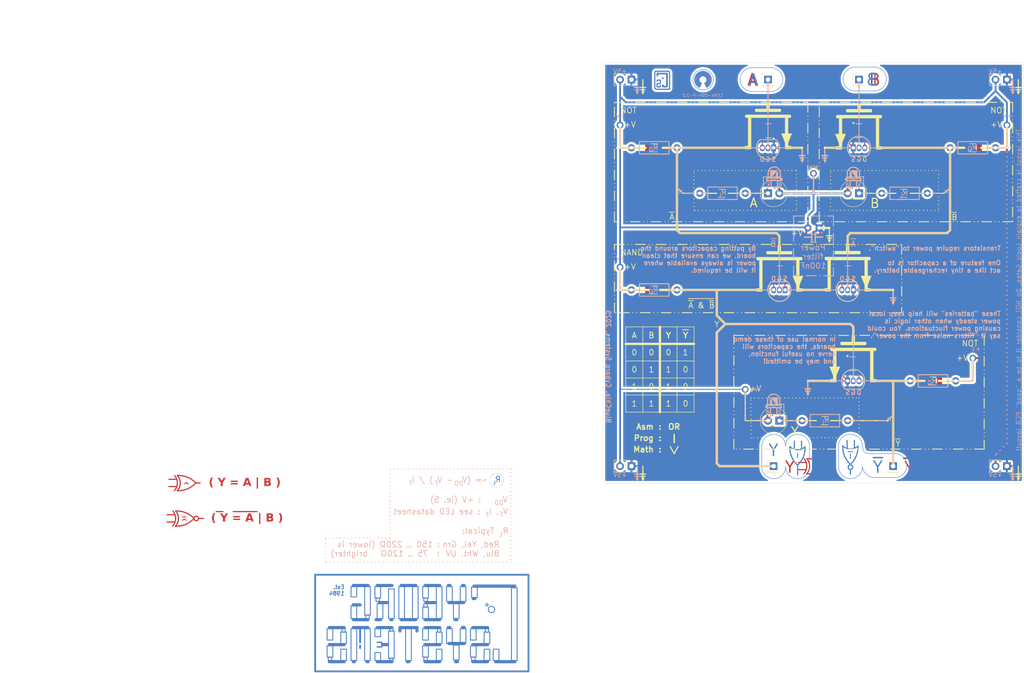
<source format=kicad_pcb>
(kicad_pcb (version 20241229) (generator "pcbnew") (generator_version "9.0")
  (layers (0 "F.Cu" signal) (2 "B.Cu" signal) (13 "F.Paste" user) (15 "B.Paste" user) (5 "F.SilkS" user "F.Silkscreen") (7 "B.SilkS" user "B.Silkscreen") (1 "F.Mask" user) (3 "B.Mask" user) (25 "Edge.Cuts" user))
  (net 0 "")
  (net 1 "Net-(A1-Pin_1)")
  (net 2 "Net-(B1-Pin_1)")
  (net 3 "GNDREF")
  (net 4 "VDD")
  (net 5 "Net-(D1-K)")
  (net 6 "Net-(D12-K)")
  (net 7 "Net-(D13-K)")
  (net 8 "Net-(Q13-D)")
  (net 9 "Net-(Q13-S)")
  (net 10 "Net-(Q1-D)")
  (net 11 "Net-(Q17-D)")
  (net 12 "Net-(Q12-D)")
  (footprint "Package_TO_SOT_SMD:SOT-23" (layer "F.Cu") (at 236.061998 120.65)
    (property "Reference" "Q17" (hide yes))
    (property "Value" "2N7000" (hide yes))
  )
  (footprint "Resistor_SMD:R_1206_3216Metric" (layer "F.Cu") (at 191.77 72.39)
    (property "Reference" "R11" (hide yes))
    (property "Value" "R" (hide yes))
  )
  (footprint "Package_TO_SOT_SMD:SOT-23" (layer "F.Cu") (at 237.388262 68.578857)
    (property "Reference" "Q12" (hide yes))
    (property "Value" "2N7000" (hide yes))
  )
  (footprint "LED_SMD:LED_1206_3216Metric" (layer "F.Cu") (at 218.44 130.808724 180)
    (property "Reference" "D13" (hide yes))
    (property "Value" "LED" (hide yes))
  )
  (footprint "Resistor_THT:R_Axial_DIN0207_L6.3mm_D2.5mm_P10.16mm_Horizontal" (layer "F.Cu") (at 248.92 124.458724)
    (property "Reference" "R6" (hide yes))
    (property "Value" "R" (hide yes))
  )
  (footprint "Connector_PinHeader_2.54mm:PinHeader_1x01_P2.54mm_Vertical" (layer "F.Cu") (at 237.49 57.15)
    (property "Reference" "B1" (hide yes))
    (property "Value" "Conn_01x01_Pin" (hide yes))
  )
  (footprint "Connector_PinHeader_2.54mm:PinHeader_1x01_P2.54mm_Vertical" (layer "F.Cu") (at 217.17 57.15)
    (property "Reference" "A1" (hide yes))
    (property "Value" "Conn_01x01_Pin" (hide yes))
  )
  (footprint "Package_TO_SOT_THT:TO-92_Inline" (layer "F.Cu") (at 220.979999 104.14 180)
    (property "Reference" "Q3" (hide yes))
    (property "Value" "2N7000" (hide yes))
  )
  (footprint "Package_TO_SOT_THT:TO-92_Inline" (layer "F.Cu") (at 218.44 72.39 180)
    (property "Reference" "Q1" (hide yes))
    (property "Value" "2N7000" (hide yes))
  )
  (footprint "Connector_PinSocket_2.54mm:PinSocket_1x02_P2.54mm_Vertical" (layer "F.Cu") (at 186.69 57.15 -90)
    (property "Reference" "J1" (hide yes))
    (property "Value" "Conn_01x02_Pin" (hide yes))
  )
  (footprint "Resistor_THT:R_Axial_DIN0207_L6.3mm_D2.5mm_P10.16mm_Horizontal" (layer "F.Cu") (at 186.69 104.14)
    (property "Reference" "R5" (hide yes))
    (property "Value" "R" (hide yes))
  )
  (footprint "Package_TO_SOT_SMD:SOT-23" (layer "F.Cu") (at 235.092189 100.301708 180)
    (property "Reference" "Q14" (hide yes))
    (property "Value" "2N7000" (hide yes))
  )
  (footprint "Resistor_THT:R_Axial_DIN0207_L6.3mm_D2.5mm_P10.16mm_Horizontal" (layer "F.Cu") (at 252.73 82.55 180)
    (property "Reference" "R4" (hide yes))
    (property "Value" "R" (hide yes))
  )
  (footprint "LED_SMD:LED_1206_3216Metric" (layer "F.Cu") (at 236.22 80.01 180)
    (property "Reference" "D12" (hide yes))
    (property "Value" "LED" (hide yes))
  )
  (footprint "Resistor_THT:R_Axial_DIN0207_L6.3mm_D2.5mm_P10.16mm_Horizontal" (layer "F.Cu") (at 257.81 72.39)
    (property "Reference" "R2" (hide yes))
    (property "Value" "R" (hide yes))
  )
  (footprint "Resistor_THT:R_Axial_DIN0207_L6.3mm_D2.5mm_P10.16mm_Horizontal" (layer "F.Cu") (at 201.93 82.55)
    (property "Reference" "R3" (hide yes))
    (property "Value" "R" (hide yes))
  )
  (footprint "Connector_PinSocket_2.54mm:PinSocket_1x02_P2.54mm_Vertical" (layer "F.Cu") (at 270.51 143.51 -90)
    (property "Reference" "J3" (hide yes))
    (property "Value" "Conn_01x02_Pin" (hide yes))
  )
  (footprint "Capacitor_SMD:C_1206_3216Metric_Pad1.33x1.80mm_HandSolder" (layer "F.Cu") (at 227.2865 92.583)
    (property "Reference" "C2" (hide yes))
    (property "Value" "C_Small")
  )
  (footprint "Package_TO_SOT_THT:TO-92_Inline" (layer "F.Cu") (at 236.22 72.39)
    (property "Reference" "Q2" (hide yes))
    (property "Value" "2N7000" (hide yes))
  )
  (footprint "LED_THT:LED_D1.8mm_W3.3mm_H2.4mm" (layer "F.Cu") (at 217.17 82.55)
    (property "Reference" "D1" (hide yes))
    (property "Value" "LED" (hide yes))
  )
  (footprint "Package_TO_SOT_THT:TO-92_Inline" (layer "F.Cu") (at 234.927544 124.46)
    (property "Reference" "Q7" (hide yes))
    (property "Value" "2N7000" (hide yes))
  )
  (footprint "Connector_PinSocket_2.54mm:PinSocket_1x02_P2.54mm_Vertical" (layer "F.Cu") (at 270.51 57.15 -90)
    (property "Reference" "J4" (hide yes))
    (property "Value" "Conn_01x02_Pin" (hide yes))
  )
  (footprint "Connector_PinHeader_2.54mm:PinHeader_1x01_P2.54mm_Vertical" (layer "F.Cu") (at 218.44 143.51)
    (property "Reference" "Y1" (hide yes))
    (property "Value" "Conn_01x01_Pin" (hide yes))
  )
  (footprint "Resistor_THT:R_Axial_DIN0207_L6.3mm_D2.5mm_P10.16mm_Horizontal" (layer "F.Cu") (at 186.69 72.39)
    (property "Reference" "R1" (hide yes))
    (property "Value" "R" (hide yes))
  )
  (footprint "Package_TO_SOT_THT:TO-92_Inline" (layer "F.Cu") (at 236.219999 104.14 180)
    (property "Reference" "Q4" (hide yes))
    (property "Value" "2N7000" (hide yes))
  )
  (footprint "Resistor_SMD:R_1206_3216Metric" (layer "F.Cu") (at 254 124.458724)
    (property "Reference" "R16" (hide yes))
    (property "Value" "R" (hide yes))
  )
  (footprint "Capacitor_THT:C_Disc_D3.0mm_W2.0mm_P2.50mm" (layer "F.Cu") (at 226.08 90.297)
    (property "Reference" "C1" (hide yes))
    (property "Value" "C_Small" (hide yes))
  )
  (footprint "Connector_PinSocket_2.54mm:PinSocket_1x02_P2.54mm_Vertical" (layer "F.Cu") (at 186.69 143.51 -90)
    (property "Reference" "J2" (hide yes))
    (property "Value" "Conn_01x02_Pin" (hide yes))
  )
  (footprint "Resistor_SMD:R_1206_3216Metric" (layer "F.Cu") (at 206.91375 82.55)
    (property "Reference" "R13" (hide yes))
    (property "Value" "R" (hide yes))
  )
  (footprint "LED_THT:LED_D1.8mm_W3.3mm_H2.4mm" (layer "F.Cu") (at 237.49 82.55 180)
    (property "Reference" "D2" (hide yes))
    (property "Value" "LED" (hide yes))
  )
  (footprint "Resistor_SMD:R_1206_3216Metric" (layer "F.Cu") (at 262.89 72.39)
    (property "Reference" "R12" (hide yes))
    (property "Value" "R" (hide yes))
  )
  (footprint "LED_SMD:LED_1206_3216Metric" (layer "F.Cu") (at 218.44 80.01)
    (property "Reference" "D11" (hide yes))
    (property "Value" "LED" (hide yes))
  )
  (footprint "Resistor_SMD:R_1206_3216Metric" (layer "F.Cu") (at 247.4575 82.55 180)
    (property "Reference" "R14" (hide yes))
    (property "Value" "R" (hide yes))
  )
  (footprint "Connector_PinHeader_2.54mm:PinHeader_1x01_P2.54mm_Vertical" (layer "F.Cu") (at 245.11 143.51)
    (property "Reference" "~{Y}1" (hide yes))
    (property "Value" "Conn_01x01_Pin" (hide yes))
  )
  (footprint "Resistor_SMD:R_1206_3216Metric" (layer "F.Cu") (at 229.87 133.348724 180)
    (property "Reference" "R17" (hide yes))
    (property "Value" "R" (hide yes))
  )
  (footprint "Resistor_SMD:R_1206_3216Metric" (layer "F.Cu") (at 191.77 104.14)
    (property "Reference" "R15" (hide yes))
    (property "Value" "R" (hide yes))
  )
  (footprint "LED_THT:LED_D1.8mm_W3.3mm_H2.4mm" (layer "F.Cu") (at 219.71 133.348724 180)
    (property "Reference" "D3" (hide yes))
    (property "Value" "LED" (hide yes))
  )
  (footprint "Package_TO_SOT_SMD:SOT-23" (layer "F.Cu") (at 219.821495 100.33 180)
    (property "Reference" "Q13" (hide yes))
    (property "Value" "2N7000" (hide yes))
  )
  (footprint "Resistor_THT:R_Axial_DIN0207_L6.3mm_D2.5mm_P10.16mm_Horizontal" (layer "F.Cu") (at 234.95 133.348724 180)
    (property "Reference" "R7" (hide yes))
    (property "Value" "R" (hide yes))
  )
  (footprint "Package_TO_SOT_SMD:SOT-23" (layer "F.Cu") (at 217.27705 68.56864 180)
    (property "Reference" "Q11" (hide yes))
    (property "Value" "2N7000" (hide yes))
  )
  (gr_arc (start 225.84753 141.848467) (mid 228.076002 142.229096) (end 229.939757 143.5087) (stroke (width 0.254)) (layer "F.Cu"))
  (gr_arc (start 229.935698 143.507924) (mid 228.063388 144.832098) (end 225.805366 145.232496) (stroke (width 0.254)) (layer "F.Cu"))
  (gr_arc (start 252.920654 141.849767) (mid 255.149126 142.230396) (end 257.012881 143.51) (stroke (width 0.254)) (layer "F.Cu"))
  (gr_line (start 225.690021 144.30339) (end 223.9328 144.30339) (stroke (width 0.254)) (layer "F.Cu"))
  (gr_line (start 252.920654 141.849767) (end 252.920452 141.851241) (stroke (width 0.254)) (layer "F.Cu"))
  (gr_arc (start 225.224791 141.859369) (mid 225.82728 143.546275) (end 225.177247 145.215437) (stroke (width 0.254)) (layer "F.Cu"))
  (gr_line (start 89.027 155.193224) (end 89.031059 155.194) (stroke (width 0.254)) (layer "F.Cu"))
  (gr_line (start 85.29218 148.990911) (end 85.292586 148.990371) (stroke (width 0.254)) (layer "F.Cu"))
  (gr_arc (start 84.938832 153.533767) (mid 87.167302 153.914404) (end 89.031059 155.194) (stroke (width 0.254)) (layer "F.Cu"))
  (gr_arc (start 85.334548 145.607816) (mid 85.958935 147.307447) (end 85.29218 148.990911) (stroke (width 0.254)) (layer "F.Cu"))
  (gr_line (start 84.781323 155.98869) (end 83.024102 155.98869) (stroke (width 0.254)) (layer "F.Cu"))
  (gr_circle (center 89.535 155.194) (end 90.043 155.194) (stroke (width 0.254)) (fill no) (layer "F.Cu"))
  (gr_arc (start 252.297915 141.860669) (mid 252.900404 143.547575) (end 252.250371 145.216737) (stroke (width 0.254)) (layer "F.Cu"))
  (gr_line (start 247.450961 141.732) (end 249.802683 141.732) (stroke (width 0.3175)) (layer "F.Cu"))
  (gr_arc (start 84.712011 145.617244) (mid 85.31448 147.304145) (end 84.664467 148.973312) (stroke (width 0.254)) (layer "F.Cu"))
  (gr_arc (start 257.008822 143.509224) (mid 255.136512 144.833398) (end 252.87849 145.233796) (stroke (width 0.254)) (layer "F.Cu"))
  (gr_circle (center 257.429 143.51) (end 257.937 143.51) (stroke (width 0.254)) (fill no) (layer "F.Cu"))
  (gr_arc (start 84.316093 153.544669) (mid 84.918576 155.231577) (end 84.268549 156.900737) (stroke (width 0.254)) (layer "F.Cu"))
  (gr_arc (start 85.33475 145.606342) (mid 87.563216 145.98698) (end 89.426977 147.266575) (stroke (width 0.254)) (layer "F.Cu"))
  (gr_line (start 84.781323 154.379541) (end 83.024102 154.379541) (stroke (width 0.254)) (layer "F.Cu"))
  (gr_line (start 85.177241 148.061265) (end 83.42002 148.061265) (stroke (width 0.254)) (layer "F.Cu"))
  (gr_line (start 84.938832 153.533767) (end 84.93863 153.535241) (stroke (width 0.254)) (layer "F.Cu"))
  (gr_line (start 258.064 143.509991) (end 259.08 143.51) (stroke (width 0.254)) (layer "F.Cu"))
  (gr_line (start 225.84753 141.848467) (end 225.847328 141.849941) (stroke (width 0.254)) (layer "F.Cu"))
  (gr_line (start 229.935698 143.507924) (end 229.939757 143.5087) (stroke (width 0.254)) (layer "F.Cu"))
  (gr_line (start 89.422918 147.265799) (end 89.426977 147.266575) (stroke (width 0.254)) (layer "F.Cu"))
  (gr_line (start 90.092916 155.193991) (end 91.186 155.194) (stroke (width 0.254)) (layer "F.Cu"))
  (gr_arc (start 252.920452 141.851241) (mid 253.544838 143.550873) (end 252.878084 145.234336) (stroke (width 0.254)) (layer "F.Cu"))
  (gr_line (start 84.896262 156.918336) (end 84.896668 156.917796) (stroke (width 0.254)) (layer "F.Cu"))
  (gr_line (start 252.763145 142.695541) (end 251.005924 142.695541) (stroke (width 0.254)) (layer "F.Cu"))
  (gr_line (start 93.98 153.67) (end 95.504 153.67) (stroke (width 0.254)) (layer "F.Cu"))
  (gr_arc (start 84.93863 153.535241) (mid 85.563055 155.234879) (end 84.896262 156.918336) (stroke (width 0.254)) (layer "F.Cu"))
  (gr_line (start 229.93976 143.5087) (end 230.9178 143.5087) (stroke (width 0.254)) (layer "F.Cu"))
  (gr_line (start 252.763145 144.30469) (end 251.005924 144.30469) (stroke (width 0.254)) (layer "F.Cu"))
  (gr_arc (start 89.422918 147.265799) (mid 87.550613 148.59) (end 85.292586 148.990371) (stroke (width 0.254)) (layer "F.Cu"))
  (gr_arc (start 225.847328 141.849941) (mid 226.471714 143.549573) (end 225.80496 145.233036) (stroke (width 0.254)) (layer "F.Cu"))
  (gr_line (start 85.33475 145.606342) (end 85.334548 145.607816) (stroke (width 0.254)) (layer "F.Cu"))
  (gr_line (start 252.878084 145.234336) (end 252.87849 145.233796) (stroke (width 0.254)) (layer "F.Cu"))
  (gr_line (start 225.690021 142.694241) (end 223.9328 142.694241) (stroke (width 0.254)) (layer "F.Cu"))
  (gr_line (start 89.42698 147.266575) (end 90.40502 147.266575) (stroke (width 0.254)) (layer "F.Cu"))
  (gr_arc (start 89.027 155.193224) (mid 87.154692 156.517401) (end 84.896668 156.917796) (stroke (width 0.254)) (layer "F.Cu"))
  (gr_line (start 225.80496 145.233036) (end 225.805366 145.232496) (stroke (width 0.254)) (layer "F.Cu"))
  (gr_line (start 85.177241 146.452116) (end 83.42002 146.452116) (stroke (width 0.254)) (layer "F.Cu"))
  (gr_line (start 97.79 153.67) (end 103.124 153.67) (stroke (width 0.254)) (layer "F.Cu"))
  (gr_line (start 124.841 187.198) (end 124.587 187.198) (stroke (width 0.7112)) (layer "B.Cu"))
  (gr_rect (start 143.383 179.832) (end 144.145 180.594) (stroke (width 0.2)) (fill no) (layer "B.Cu"))
  (gr_line (start 237.330698 139.253755) (end 237.330158 139.254161) (stroke (width 0.254)) (layer "B.Cu") (net 12))
  (gr_arc (start 225.440621 139.213476) (mid 223.740989 139.837863) (end 222.057526 139.171108) (stroke (width 0.254)) (layer "B.Cu"))
  (gr_arc (start 221.107 143.637) (mid 218.44 146.304) (end 215.773 143.637) (stroke (width 0.1)) (layer "B.Cu"))
  (gr_arc (start 217.805 54.483) (mid 220.472 57.15) (end 217.805 59.817) (stroke (width 0.1)) (layer "B.Cu"))
  (gr_rect (start 121.793 184.404) (end 123.063 186.944) (stroke (width 0.2)) (fill no) (layer "B.Cu"))
  (gr_line (start 147.701 177.8) (end 147.32 177.8) (stroke (width 0.7112)) (layer "B.Cu"))
  (gr_line (start 133.223 170.18) (end 129.921 170.18) (stroke (width 0.7112)) (layer "B.Cu"))
  (gr_line (start 146.177 170.18) (end 145.796 170.18) (stroke (width 0.7112)) (layer "B.Cu"))
  (gr_arc (start 240.919 146.05) (mid 239.125195 145.356614) (end 238.264123 143.637) (stroke (width 0.1)) (layer "B.Cu"))
  (gr_arc (start 202.027574 58.249045) (mid 202.559813 55.9469) (end 203.448287 58.13641) (stroke (width 0.127)) (layer "B.Cu"))
  (gr_arc (start 232.918 138.785427) (mid 235.724977 136.387042) (end 238.266613 139.065) (stroke (width 0.1)) (layer "B.Cu"))
  (gr_line (start 133.223 177.8) (end 132.969 177.8) (stroke (width 0.7112)) (layer "B.Cu"))
  (gr_rect (start 153.797 184.404) (end 155.067 186.944) (stroke (width 0.2)) (fill no) (layer "B.Cu"))
  (gr_arc (start 245.491 140.716006) (mid 248.157994 143.383) (end 245.491 146.049994) (stroke (width 0.1)) (layer "B.Cu"))
  (gr_line (start 232.918 143.637) (end 232.918 138.811) (stroke (width 0.1)) (layer "B.Cu"))
  (gr_rect (start 118.999 186.182) (end 119.761 186.944) (stroke (width 0.2)) (fill no) (layer "B.Cu"))
  (gr_line (start 245.491 140.716) (end 240.665 140.716) (stroke (width 0.1)) (layer "B.Cu"))
  (gr_line (start 240.919 54.356) (end 236.601 54.356) (stroke (width 0.1)) (layer "B.Cu"))
  (gr_line (start 133.223 187.198) (end 129.921 187.198) (stroke (width 0.7112)) (layer "B.Cu"))
  (gr_arc (start 201.925974 58.579245) (mid 202.653003 55.604662) (end 203.401364 58.573953) (stroke (width 0.127)) (layer "B.Cu"))
  (gr_line (start 223.782638 143.301846) (end 223.781862 143.305905) (stroke (width 0.254)) (layer "B.Cu"))
  (gr_rect (start 145.415 179.832) (end 146.685 183.134) (stroke (width 0.2)) (fill no) (layer "B.Cu"))
  (gr_rect (start 127.127 170.434) (end 128.397 176.784) (stroke (width 0.2)) (fill no) (layer "B.Cu"))
  (gr_circle (center 155.448 175.514) (end 154.94 176.022) (stroke (width 0.2)) (fill no) (layer "B.Cu"))
  (gr_line (start 160.655 170.307) (end 151.511 170.307) (stroke (width 0.7112)) (layer "B.Cu"))
  (gr_line (start 236.45708 139.49467) (end 236.45708 137.737449) (stroke (width 0.254)) (layer "B.Cu") (net 12))
  (gr_arc (start 223.782638 143.301846) (mid 222.458439 141.429546) (end 222.058066 139.171514) (stroke (width 0.254)) (layer "B.Cu"))
  (gr_line (start 132.207 183.388) (end 131.191 183.388) (stroke (width 0.7112)) (layer "B.Cu"))
  (gr_rect (start 116.078 167.767) (end 163.703 189.357) (stroke (width 0.4)) (fill no) (layer "B.Cu"))
  (gr_rect (start 148.463 179.832) (end 149.733 183.134) (stroke (width 0.2)) (fill no) (layer "B.Cu"))
  (gr_arc (start 237.243066 139.028875) (mid 236.862427 141.257343) (end 235.582833 143.121102) (stroke (width 0.254)) (layer "B.Cu") (net 12))
  (gr_line (start 149.225 173.99) (end 145.923 173.99) (stroke (width 0.7112)) (layer "B.Cu"))
  (gr_rect (start 150.749 179.832) (end 152.019 182.372) (stroke (width 0.2)) (fill no) (layer "B.Cu"))
  (gr_rect (start 124.079 170.434) (end 125.349 172.72) (stroke (width 0.2)) (fill no) (layer "B.Cu"))
  (gr_rect (start 140.081 179.832) (end 141.351 182.372) (stroke (width 0.2)) (fill no) (layer "B.Cu"))
  (gr_line (start 126.111 183.642) (end 126.111 184.15) (stroke (width 0.4064)) (layer "B.Cu"))
  (gr_line (start 135.001 179.578) (end 135.001 180.34) (stroke (width 0.7112)) (layer "B.Cu"))
  (gr_line (start 138.557 177.8) (end 135.255 177.8) (stroke (width 0.7112)) (layer "B.Cu"))
  (gr_line (start 235.583609 143.117043) (end 235.582833 143.121102) (stroke (width 0.254)) (layer "B.Cu") (net 12))
  (gr_arc (start 238.252 143.637) (mid 235.585 146.304) (end 232.918 143.637) (stroke (width 0.1)) (layer "B.Cu"))
  (gr_rect (start 137.795 170.434) (end 139.065 177.546) (stroke (width 0.2)) (fill no) (layer "B.Cu"))
  (gr_rect (start 143.129 170.434) (end 144.399 177.546) (stroke (width 0.2)) (fill no) (layer "B.Cu"))
  (gr_line (start 147.828 187.198) (end 147.447 187.198) (stroke (width 0.7112)) (layer "B.Cu"))
  (gr_line (start 154.559 183.388) (end 151.257 183.388) (stroke (width 0.7112)) (layer "B.Cu"))
  (gr_rect (start 140.335 172.974) (end 141.097 173.736) (stroke (width 0.2)) (fill no) (layer "B.Cu"))
  (gr_arc (start 201.824374 58.757045) (mid 202.69632 55.402069) (end 203.411927 58.793809) (stroke (width 0.127)) (layer "B.Cu"))
  (gr_rect (start 153.797 180.594) (end 155.067 183.134) (stroke (width 0.2)) (fill no) (layer "B.Cu"))
  (gr_rect (start 132.715 186.436) (end 133.477 186.944) (stroke (width 0.2)) (fill no) (layer "B.Cu"))
  (gr_rect (start 122.047 179.832) (end 122.809 180.594) (stroke (width 0.2)) (fill no) (layer "B.Cu"))
  (gr_line (start 138.557 170.18) (end 135.255 170.18) (stroke (width 0.7112)) (layer "B.Cu"))
  (gr_rect (start 118.745 183.642) (end 120.015 186.182) (stroke (width 0.2)) (fill no) (layer "B.Cu"))
  (gr_line (start 223.04696 139.679473) (end 223.04696 137.922252) (stroke (width 0.254)) (layer "B.Cu"))
  (gr_arc (start 240.919 54.356) (mid 243.586 57.023) (end 240.919 59.69) (stroke (width 0.1)) (layer "B.Cu"))
  (gr_line (start 234.847931 139.49467) (end 234.847931 137.737449) (stroke (width 0.254)) (layer "B.Cu") (net 12))
  (gr_line (start 138.811 179.578) (end 135.255 179.578) (stroke (width 0.7112)) (layer "B.Cu"))
  (gr_arc (start 236.601 59.69) (mid 233.934 57.023) (end 236.601 54.356) (stroke (width 0.1)) (layer "B.Cu"))
  (gr_line (start 235.583609 144.271603) (end 235.583609 145.249643) (stroke (width 0.254)) (layer "B.Cu") (net 12))
  (gr_line (start 130.937 182.88) (end 130.937 183.896) (stroke (width 0.3048)) (layer "B.Cu"))
  (gr_rect (start 140.335 174.244) (end 141.097 175.006) (stroke (width 0.2)) (fill no) (layer "B.Cu"))
  (gr_line (start 151.761253 173.091531) (end 151.380253 173.091531) (stroke (width 0.7112)) (layer "B.Cu"))
  (gr_arc (start 202.103774 58.172845) (mid 202.626595 56.047495) (end 203.265367 58.140964) (stroke (width 0.127)) (layer "B.Cu"))
  (gr_rect (start 129.413 179.832) (end 130.683 181.61) (stroke (width 0.2)) (fill no) (layer "B.Cu"))
  (gr_line (start 213.614 59.817) (end 217.805 59.817) (stroke (width 0.1)) (layer "B.Cu"))
  (gr_circle (center 202.687974 57.182245) (end 200.401974 57.182245) (stroke (width 0.1)) (fill no) (layer "B.Cu"))
  (gr_rect (start 140.081 183.642) (end 141.351 186.182) (stroke (width 0.2)) (fill no) (layer "B.Cu"))
  (gr_rect (start 132.461 180.34) (end 133.731 186.436) (stroke (width 0.2)) (fill no) (layer "B.Cu"))
  (gr_line (start 127.889 177.8) (end 124.587 177.8) (stroke (width 0.7112)) (layer "B.Cu"))
  (gr_line (start 217.805 54.483) (end 213.487 54.483) (stroke (width 0.1)) (layer "B.Cu"))
  (gr_line (start 225.442095 139.213678) (end 225.440621 139.213476) (stroke (width 0.254)) (layer "B.Cu"))
  (gr_rect (start 132.461 170.942) (end 133.731 177.546) (stroke (width 0.2)) (fill no) (layer "B.Cu"))
  (gr_rect (start 155.829 184.404) (end 157.099 186.944) (stroke (width 0.2)) (fill no) (layer "B.Cu"))
  (gr_line (start 132.207 173.99) (end 130.429 173.99) (stroke (width 0.7112)) (layer "B.Cu"))
  (gr_rect (start 124.079 179.832) (end 125.349 186.944) (stroke (width 0.2)) (fill no) (layer "B.Cu"))
  (gr_line (start 224.656109 139.679473) (end 224.656109 137.922252) (stroke (width 0.254)) (layer "B.Cu"))
  (gr_line (start 130.683 177.8) (end 129.667 177.8) (stroke (width 0.7112)) (layer "B.Cu"))
  (gr_line (start 233.858497 138.986305) (end 233.859037 138.986711) (stroke (width 0.254)) (layer "B.Cu") (net 12))
  (gr_curve (pts (xy 240.665 140.716) (xy 238.887 140.716) (xy 238.379 140.589) (xy 238.266613 139.065)) (stroke (width 0.1)) (layer "B.Cu"))
  (gr_arc (start 226.441 143.637) (mid 223.774 146.304) (end 221.107 143.637) (stroke (width 0.1)) (layer "B.Cu"))
  (gr_arc (start 215.773 139.065) (mid 218.44 136.398) (end 221.107 139.065) (stroke (width 0.1)) (layer "B.Cu"))
  (gr_rect (start 129.413 185.166) (end 130.683 186.944) (stroke (width 0.2)) (fill no) (layer "B.Cu"))
  (gr_line (start 149.352 183.134) (end 145.923 183.134) (stroke (width 0.7112)) (layer "B.Cu"))
  (gr_line (start 122.555 179.578) (end 119.253 179.578) (stroke (width 0.7112)) (layer "B.Cu"))
  (gr_circle (center 193.705265 56.872474) (end 193.705265 56.745474) (stroke (width 0.127)) (fill yes) (layer "B.Cu"))
  (gr_line (start 126.111 179.832) (end 126.111 182.88) (stroke (width 0.4064)) (layer "B.Cu"))
  (gr_line (start 236.601 59.69) (end 240.919 59.69) (stroke (width 0.1)) (layer "B.Cu"))
  (gr_arc (start 202.179974 58.067667) (mid 202.633803 56.177229) (end 203.170574 58.045844) (stroke (width 0.127)) (layer "B.Cu"))
  (gr_line (start 127.889 187.198) (end 127.635 187.198) (stroke (width 0.7112)) (layer "B.Cu"))
  (gr_rect (start 129.413 170.434) (end 130.683 172.974) (stroke (width 0.2)) (fill no) (layer "B.Cu"))
  (gr_line (start 242.75549 141.605) (end 240.665 141.605) (stroke (width 0.3175)) (layer "B.Cu"))
  (gr_line (start 154.559 179.578) (end 151.257 179.578) (stroke (width 0.7112)) (layer "B.Cu"))
  (gr_line (start 129.921 182.88) (end 130.937 182.88) (stroke (width 0.3048)) (layer "B.Cu"))
  (gr_rect (start 143.129 184.404) (end 144.399 186.944) (stroke (width 0.2)) (fill no) (layer "B.Cu"))
  (gr_rect (start 134.747 170.434) (end 136.017 177.546) (stroke (width 0.2)) (fill no) (layer "B.Cu"))
  (gr_circle (center 193.453015 56.610787) (end 193.529215 56.610787) (stroke (width 0.0254)) (fill yes) (layer "B.Cu"))
  (gr_line (start 127.889 179.578) (end 124.587 179.578) (stroke (width 0.7112)) (layer "B.Cu"))
  (gr_line (start 149.352 170.18) (end 148.971 170.18) (stroke (width 0.7112)) (layer "B.Cu"))
  (gr_rect (start 151.003 170.561) (end 152.273 172.847) (stroke (width 0.2)) (fill no) (layer "B.Cu"))
  (gr_line (start 133.223 179.578) (end 129.921 179.578) (stroke (width 0.7112)) (layer "B.Cu"))
  (gr_arc (start 202.179974 57.944245) (mid 202.647296 56.284717) (end 203.140371 57.936788) (stroke (width 0.127)) (layer "B.Cu"))
  (gr_arc (start 213.614 59.817) (mid 210.947 57.15) (end 213.614 54.483) (stroke (width 0.1)) (layer "B.Cu"))
  (gr_line (start 149.352 179.578) (end 148.971 179.578) (stroke (width 0.7112)) (layer "B.Cu"))
  (gr_arc (start 225.442095 139.213678) (mid 225.061456 141.442146) (end 223.781862 143.305905) (stroke (width 0.254)) (layer "B.Cu"))
  (gr_rect (start 129.921 174.244) (end 131.191 177.546) (stroke (width 0.2)) (fill no) (layer "B.Cu"))
  (gr_arc (start 202.027574 58.292331) (mid 202.59885 55.847854) (end 203.269744 58.266925) (stroke (width 0.127)) (layer "B.Cu"))
  (gr_circle (center 156.59428 146.689885) (end 155.082736 147.009828) (stroke (width 0.0254) (type dash_dot)) (fill no) (layer "B.Cu"))
  (gr_rect (start 129.667 172.974) (end 130.429 173.736) (stroke (width 0.2)) (fill no) (layer "B.Cu"))
  (gr_line (start 215.773 143.637) (end 215.773 139.065) (stroke (width 0.1)) (layer "B.Cu"))
  (gr_line (start 137.033 187.198) (end 136.652 187.198) (stroke (width 0.7112)) (layer "B.Cu"))
  (gr_line (start 222.057526 139.171108) (end 222.058066 139.171514) (stroke (width 0.254)) (layer "B.Cu"))
  (gr_line (start 143.891 177.8) (end 140.589 177.8) (stroke (width 0.7112)) (layer "B.Cu"))
  (gr_rect (start 151.003 186.182) (end 151.765 186.944) (stroke (width 0.2)) (fill no) (layer "B.Cu"))
  (gr_rect (start 140.335 186.182) (end 141.097 186.944) (stroke (width 0.2)) (fill no) (layer "B.Cu"))
  (gr_line (start 127.889 170.18) (end 124.587 170.18) (stroke (width 0.7112)) (layer "B.Cu"))
  (gr_arc (start 202.179974 58.136324) (mid 202.670951 56.115293) (end 203.111884 58.14787) (stroke (width 0.127)) (layer "B.Cu"))
  (gr_arc (start 201.875174 58.909445) (mid 202.65545 55.284044) (end 203.462916 58.903488) (stroke (width 0.127)) (layer "B.Cu"))
  (gr_line (start 122.555 183.388) (end 119.253 183.388) (stroke (width 0.7112)) (layer "B.Cu"))
  (gr_line (start 226.441 139.065) (end 226.441 143.637) (stroke (width 0.1)) (layer "B.Cu"))
  (gr_rect (start 121.793 180.594) (end 123.063 183.134) (stroke (width 0.2)) (fill no) (layer "B.Cu"))
  (gr_line (start 202.297108 57.971658) (end 201.868287 58.871174) (stroke (width 0.2)) (layer "B.Cu"))
  (gr_rect (start 154.051 179.832) (end 154.813 180.594) (stroke (width 0.2)) (fill no) (layer "B.Cu"))
  (gr_arc (start 201.849774 58.655445) (mid 202.718467 55.501097) (end 203.371568 58.707026) (stroke (width 0.127)) (layer "B.Cu"))
  (gr_arc (start 202.310668 57.944689) (mid 202.624628 56.343175) (end 203.08188 57.909805) (stroke (width 0.127)) (layer "B.Cu"))
  (gr_line (start 154.559 187.198) (end 151.257 187.198) (stroke (width 0.7112)) (layer "B.Cu"))
  (gr_rect (start 140.081 170.434) (end 141.351 172.974) (stroke (width 0.2)) (fill no) (layer "B.Cu"))
  (gr_arc (start 237.241592 139.028673) (mid 235.54196 139.65306) (end 233.858497 138.986305) (stroke (width 0.254)) (layer "B.Cu") (net 12))
  (gr_line (start 122.555 187.198) (end 119.253 187.198) (stroke (width 0.7112)) (layer "B.Cu"))
  (gr_rect (start 148.463 170.434) (end 149.733 173.736) (stroke (width 0.2)) (fill no) (layer "B.Cu"))
  (gr_arc (start 235.583609 143.117043) (mid 234.25941 141.244743) (end 233.859037 138.986711) (stroke (width 0.254)) (layer "B.Cu") (net 12))
  (gr_rect (start 127.127 179.832) (end 128.397 186.944) (stroke (width 0.2)) (fill no) (layer "B.Cu"))
  (gr_rect (start 145.415 170.434) (end 146.685 173.736) (stroke (width 0.2)) (fill no) (layer "B.Cu"))
  (gr_rect (start 140.081 175.006) (end 141.351 177.546) (stroke (width 0.2)) (fill no) (layer "B.Cu"))
  (gr_line (start 160.655 187.198) (end 156.337 187.198) (stroke (width 0.7112)) (layer "B.Cu"))
  (gr_line (start 240.919 146.05) (end 245.491 146.05) (stroke (width 0.1)) (layer "B.Cu"))
  (gr_line (start 146.177 179.578) (end 145.796 179.578) (stroke (width 0.7112)) (layer "B.Cu"))
  (gr_rect (start 127.381 176.784) (end 128.143 177.546) (stroke (width 0.2)) (fill no) (layer "B.Cu"))
  (gr_line (start 126.111 174.498) (end 124.587 174.498) (stroke (width 0.7112)) (layer "B.Cu"))
  (gr_rect (start 146.939 183.515) (end 148.209 186.817) (stroke (width 0.2)) (fill no) (layer "B.Cu"))
  (gr_rect (start 159.893 170.688) (end 161.163 186.944) (stroke (width 0.2)) (fill no) (layer "B.Cu"))
  (gr_line (start 143.891 179.578) (end 140.589 179.578) (stroke (width 0.7112)) (layer "B.Cu"))
  (gr_arc (start 201.976774 58.503045) (mid 202.660122 55.694612) (end 203.347839 58.502021) (stroke (width 0.127)) (layer "B.Cu"))
  (gr_arc (start 221.107 139.065) (mid 223.774 136.398) (end 226.441 139.065) (stroke (width 0.1)) (layer "B.Cu"))
  (gr_line (start 143.891 187.198) (end 140.589 187.198) (stroke (width 0.7112)) (layer "B.Cu"))
  (gr_circle (center 235.583609 143.752043) (end 236.091609 143.752043) (stroke (width 0.254)) (fill no) (layer "B.Cu") (net 12))
  (gr_line (start 130.937 183.896) (end 129.921 183.896) (stroke (width 0.3048)) (layer "B.Cu"))
  (gr_rect (start 124.079 174.752) (end 125.349 177.546) (stroke (width 0.2)) (fill no) (layer "B.Cu"))
  (gr_arc (start 201.972775 58.372683) (mid 202.683958 55.810671) (end 203.283627 58.40106) (stroke (width 0.127)) (layer "B.Cu"))
  (gr_line (start 203.053245 57.966933) (end 203.475374 58.858645) (stroke (width 0.2)) (layer "B.Cu"))
  (gr_rect (start 146.939 174.244) (end 148.209 177.546) (stroke (width 0.2)) (fill no) (layer "B.Cu"))
  (gr_line (start 138.811 179.578) (end 138.811 180.34) (stroke (width 0.7112)) (layer "B.Cu"))
  (gr_rect (start 118.745 179.832) (end 120.015 182.372) (stroke (width 0.2)) (fill no) (layer "B.Cu"))
  (gr_line (start 143.891 183.388) (end 140.589 183.388) (stroke (width 0.7112)) (layer "B.Cu"))
  (gr_rect (start 132.715 179.832) (end 133.477 180.34) (stroke (width 0.2)) (fill no) (layer "B.Cu"))
  (gr_circle (center 154.432 174.498) (end 154.432 174.752) (stroke (width 0.2)) (fill no) (layer "B.Cu"))
  (gr_rect (start 150.749 183.642) (end 152.019 186.182) (stroke (width 0.2)) (fill no) (layer "B.Cu"))
  (gr_line (start 142.875 173.99) (end 140.843 173.99) (stroke (width 0.7112)) (layer "B.Cu"))
  (gr_rect (start 143.129 180.594) (end 144.399 183.134) (stroke (width 0.2)) (fill no) (layer "B.Cu"))
  (gr_line (start 143.891 170.18) (end 140.589 170.18) (stroke (width 0.7112)) (layer "B.Cu"))
  (gr_line (start 237.243066 139.028875) (end 237.241592 139.028673) (stroke (width 0.254)) (layer "B.Cu") (net 12))
  (gr_line (start 223.78184 143.305905) (end 223.782638 145.434446) (stroke (width 0.254)) (layer "B.Cu"))
  (gr_rect (start 136.271 179.832) (end 137.541 186.944) (stroke (width 0.2)) (fill no) (layer "B.Cu"))
  (gr_line (start 205.74 109.855) (end 207.645 111.76) (stroke (width 0.508)) (layer "F.SilkS"))
  (gr_line (start 217.17 82.55) (end 208.28 82.55) (stroke (width 0.254)) (layer "F.SilkS"))
  (gr_poly (pts (xy 222.453781 69.229661) (xy 221.326478 72.015959) (xy 220.201324 69.229563)) (stroke (width 0.1)) (fill yes) (layer "F.SilkS"))
  (gr_line (start 234.95 94.615) (end 234.95 92.075) (stroke (width 0.508)) (layer "F.SilkS"))
  (gr_line (start 272.415 145.27249) (end 273.685 145.27249) (stroke (width 0.254)) (layer "F.SilkS"))
  (gr_line (start 272.75897 59.80149) (end 273.364681 59.80149) (stroke (width 0.1)) (layer "F.SilkS"))
  (gr_line (start 189.248955 146.57351) (end 189.23 143.51) (stroke (width 0.254)) (layer "F.SilkS"))
  (gr_line (start 235.585 111.76) (end 236.22 112.395) (stroke (width 0.508)) (layer "F.SilkS"))
  (gr_line (start 245.100522 104.14) (end 240.03 104.14) (stroke (width 0.508)) (layer "F.SilkS"))
  (gr_line (start 229.87 72.39) (end 232.41 72.39) (stroke (width 0.508)) (layer "F.SilkS"))
  (gr_line (start 225.425 126.22249) (end 226.695 126.22249) (stroke (width 0.254)) (layer "F.SilkS"))
  (gr_line (start 257.175 91.44) (end 257.81 90.805) (stroke (width 0.508)) (layer "F.SilkS"))
  (gr_line (start 224.498091 75.04149) (end 225.103802 75.04149) (stroke (width 0.1)) (layer "F.SilkS"))
  (gr_line (start 197.485 81.915) (end 198.12 81.915) (stroke (width 0.1)) (layer "F.SilkS"))
  (gr_line (start 245.11 124.46) (end 252.095 124.46) (stroke (width 0.508)) (layer "F.SilkS"))
  (gr_line (start 245.11 124.46) (end 241.290275 124.46) (stroke (width 0.508)) (layer "F.SilkS"))
  (gr_line (start 273.061656 146.79649) (end 272.769747 146.16149) (stroke (width 0.1)) (layer "F.SilkS"))
  (gr_line (start 188.775274 59.42049) (end 189.70662 59.42049) (stroke (width 0.254)) (layer "F.SilkS"))
  (gr_circle (center 218.44 133.348724) (end 221.423671 133.769961) (stroke (width 0.1)) (fill no) (layer "F.SilkS"))
  (gr_line (start 189.555458 146.16149) (end 189.241656 146.79649) (stroke (width 0.1)) (layer "F.SilkS"))
  (gr_line (start 196.85 90.805) (end 196.85 81.28) (stroke (width 0.508)) (layer "F.SilkS"))
  (gr_poly (pts (xy 216.999155 96.155195) (xy 216.840405 95.996445) (xy 216.840405 95.639257) (xy 216.959467 95.520195) (xy 219.380405 95.520195) (xy 219.380405 94.250195) (xy 220.015405 94.250195) (xy 220.015405 95.520195) (xy 222.436343 95.520195) (xy 222.555405 95.639257) (xy 222.555405 95.996445) (xy 222.396655 96.155195)) (stroke (width 0.1)) (fill yes) (layer "F.SilkS"))
  (gr_line (start 230.408671 92.56749) (end 231.340017 92.56749) (stroke (width 0.254)) (layer "F.SilkS"))
  (gr_line (start 272.769747 146.16149) (end 273.375458 146.16149) (stroke (width 0.1)) (layer "F.SilkS"))
  (gr_poly (pts (xy 229.875447 104.43546) (xy 229.875447 103.80046) (xy 230.510447 103.80046) (xy 230.510447 97.45046) (xy 230.034197 97.45046) (xy 229.875447 97.29171) (xy 229.875447 96.934522) (xy 229.994509 96.81546) (xy 239.876697 96.81546) (xy 240.035447 96.97421) (xy 240.035447 97.331398) (xy 239.916385 97.45046) (xy 239.400447 97.45046) (xy 239.400447 103.80046) (xy 240.035447 103.80046) (xy 240.035447 104.43546) (xy 238.765447 104.43546) (xy 238.765447 97.45046) (xy 231.145447 97.45046) (xy 231.145447 104.43546)) (stroke (width 0.1)) (fill yes) (layer "F.SilkS"))
  (gr_line (start 198.12 82.55) (end 196.85 81.28) (stroke (width 0.254)) (layer "F.SilkS"))
  (gr_poly (pts (xy 240.206587 64.419024) (xy 240.365337 64.260274) (xy 240.365337 63.903086) (xy 240.246275 63.784024) (xy 237.825337 63.784024) (xy 237.825337 62.514024) (xy 237.190337 62.514024) (xy 237.190337 63.784024) (xy 234.769399 63.784024) (xy 234.650337 63.903086) (xy 234.650337 64.260274) (xy 234.809087 64.419024)) (stroke (width 0.1)) (fill yes) (layer "F.SilkS"))
  (gr_line (start 256.54 82.55) (end 248.92 82.55) (stroke (width 0.254)) (layer "F.SilkS"))
  (gr_poly (pts (xy 238.926862 116.425539) (xy 239.085612 116.266789) (xy 239.085612 115.909601) (xy 238.96655 115.790539) (xy 236.545612 115.790539) (xy 236.545612 114.520539) (xy 235.910612 114.520539) (xy 235.910612 115.790539) (xy 233.489674 115.790539) (xy 233.370612 115.909601) (xy 233.370612 116.266789) (xy 233.529362 116.425539)) (stroke (width 0.1)) (fill yes) (layer "F.SilkS"))
  (gr_line (start 199.371653 106.531438) (end 200.449653 106.531438) (stroke (width 0.15875)) (layer "F.SilkS"))
  (gr_line (start 272.876476 59.902543) (end 273.223524 59.902543) (stroke (width 0.2032)) (layer "F.SilkS"))
  (gr_line (start 272.953203 146.370656) (end 273.177 146.367412) (stroke (width 0.1)) (layer "F.SilkS"))
  (gr_line (start 244.465522 105.90249) (end 245.735522 105.90249) (stroke (width 0.254)) (layer "F.SilkS"))
  (gr_line (start 189.067253 59.902543) (end 189.414301 59.902543) (stroke (width 0.2032)) (layer "F.SilkS"))
  (gr_line (start 229.773203 75.250656) (end 229.997 75.247412) (stroke (width 0.1)) (layer "F.SilkS"))
  (gr_line (start 236.22 112.395) (end 236.22 114.520539) (stroke (width 0.508)) (layer "F.SilkS"))
  (gr_line (start 273.068955 146.57351) (end 273.05 143.51) (stroke (width 0.254)) (layer "F.SilkS"))
  (gr_circle (center 236.22 82.55) (end 239.203671 82.971237) (stroke (width 0.1)) (fill no) (layer "F.SilkS"))
  (gr_line (start 273.058178 60.21351) (end 273.039223 57.15) (stroke (width 0.254)) (layer "F.SilkS"))
  (gr_line (start 225.897253 127.212543) (end 226.244301 127.212543) (stroke (width 0.2032)) (layer "F.SilkS"))
  (gr_poly (pts (xy 224.978902 101.041871) (xy 223.851599 103.828169) (xy 222.726445 101.041773)) (stroke (width 0.1)) (fill yes) (layer "F.SilkS"))
  (gr_rect (start 228.6 62.23) (end 271.78 88.9) (stroke (width 0.2) (type dash_dot_dot)) (fill no) (layer "F.SilkS"))
  (gr_line (start 199.371653 106.075572) (end 205.127519 106.075572) (stroke (width 0.15875)) (layer "F.SilkS"))
  (gr_line (start 189.067253 146.262543) (end 189.414301 146.262543) (stroke (width 0.2032)) (layer "F.SilkS"))
  (gr_line (start 245.11 132.08) (end 243.84 133.35) (stroke (width 0.254)) (layer "F.SilkS"))
  (gr_line (start 245.112178 107.42649) (end 244.820269 106.79149) (stroke (width 0.1)) (layer "F.SilkS"))
  (gr_line (start 245.003725 107.000656) (end 245.227522 106.997412) (stroke (width 0.1)) (layer "F.SilkS"))
  (gr_poly (pts (xy 242.57 72.726998) (xy 242.57 72.091998) (xy 241.935 72.091998) (xy 241.935 65.741998) (xy 242.41125 65.741998) (xy 242.57 65.583248) (xy 242.57 65.22606) (xy 242.450938 65.106998) (xy 232.56875 65.106998) (xy 232.41 65.265748) (xy 232.41 65.622936) (xy 232.529062 65.741998) (xy 233.045 65.741998) (xy 233.045 72.091998) (xy 232.41 72.091998) (xy 232.41 72.726998) (xy 233.68 72.726998) (xy 233.68 65.741998) (xy 241.3 65.741998) (xy 241.3 72.726998)) (stroke (width 0.1)) (fill yes) (layer "F.SilkS"))
  (gr_line (start 262.89 119.380638) (end 262.89 124.459362) (stroke (width 0.508)) (layer "F.SilkS"))
  (gr_line (start 245.11 132.08) (end 245.11 124.46) (stroke (width 0.508)) (layer "F.SilkS"))
  (gr_line (start 272.584497 59.42049) (end 273.515843 59.42049) (stroke (width 0.254)) (layer "F.SilkS"))
  (gr_line (start 231.188855 92.94849) (end 230.875053 93.58349) (stroke (width 0.1)) (layer "F.SilkS"))
  (gr_line (start 228.6 90.297) (end 230.863397 90.297) (stroke (width 0.508)) (layer "F.SilkS"))
  (gr_line (start 198.128499 113.020899) (end 199.451499 113.020899) (stroke (width 0.2032)) (layer "F.SilkS"))
  (gr_line (start 188.949747 146.16149) (end 189.555458 146.16149) (stroke (width 0.1)) (layer "F.SilkS"))
  (gr_line (start 219.71 94.615) (end 219.71 92.075) (stroke (width 0.508)) (layer "F.SilkS"))
  (gr_line (start 205.74 82.55) (end 198.12 82.55) (stroke (width 0.254)) (layer "F.SilkS"))
  (gr_line (start 189.241656 146.79649) (end 188.949747 146.16149) (stroke (width 0.1)) (layer "F.SilkS"))
  (gr_line (start 245.119477 107.20351) (end 245.100522 104.14) (stroke (width 0.254)) (layer "F.SilkS"))
  (gr_line (start 229.707253 75.142543) (end 230.054301 75.142543) (stroke (width 0.2032)) (layer "F.SilkS"))
  (gr_rect (start 209.55 114.298724) (end 265.43 139.698724) (stroke (width 0.2) (type dash_dot_dot)) (fill no) (layer "F.SilkS"))
  (gr_line (start 230.7666 93.157656) (end 230.990397 93.154412) (stroke (width 0.1)) (layer "F.SilkS"))
  (gr_line (start 190.5 104.14) (end 184.15 104.14) (stroke (width 0.508)) (layer "F.SilkS"))
  (gr_line (start 225.605274 126.73049) (end 226.53662 126.73049) (stroke (width 0.254)) (layer "F.SilkS"))
  (gr_line (start 229.415274 74.66049) (end 230.34662 74.66049) (stroke (width 0.254)) (layer "F.SilkS"))
  (gr_line (start 244.475 132.715) (end 243.84 132.715) (stroke (width 0.1)) (layer "F.SilkS"))
  (gr_line (start 226.385458 127.11149) (end 226.071656 127.74649) (stroke (width 0.1)) (layer "F.SilkS"))
  (gr_line (start 224.778344 72.39) (end 222.25 72.39) (stroke (width 0.508)) (layer "F.SilkS"))
  (gr_line (start 235.585 91.44) (end 257.175 91.44) (stroke (width 0.508)) (layer "F.SilkS"))
  (gr_line (start 243.84 133.35) (end 245.11 132.08) (stroke (width 0.508) (type dot)) (layer "F.SilkS"))
  (gr_line (start 193.675 72.39) (end 212.09 72.39) (stroke (width 0.508)) (layer "F.SilkS"))
  (gr_poly (pts (xy 214.635742 104.463169) (xy 214.635742 103.828169) (xy 215.270742 103.828169) (xy 215.270742 97.478169) (xy 214.794492 97.478169) (xy 214.635742 97.319419) (xy 214.635742 96.962231) (xy 214.754804 96.843169) (xy 224.636992 96.843169) (xy 224.795742 97.001919) (xy 224.795742 97.359107) (xy 224.67668 97.478169) (xy 224.160742 97.478169) (xy 224.160742 103.828169) (xy 224.795742 103.828169) (xy 224.795742 104.463169) (xy 223.525742 104.463169) (xy 223.525742 97.478169) (xy 215.905742 97.478169) (xy 215.905742 104.463169)) (stroke (width 0.1)) (fill yes) (layer "F.SilkS"))
  (gr_line (start 226.078955 127.52351) (end 226.06 124.46) (stroke (width 0.254)) (layer "F.SilkS"))
  (gr_poly (pts (xy 241.290275 124.733513) (xy 241.290275 124.098513) (xy 240.655275 124.098513) (xy 240.655275 117.748513) (xy 241.131525 117.748513) (xy 241.290275 117.589763) (xy 241.290275 117.232575) (xy 241.171213 117.113513) (xy 231.289025 117.113513) (xy 231.130275 117.272263) (xy 231.130275 117.629451) (xy 231.249337 117.748513) (xy 231.765275 117.748513) (xy 231.765275 124.098513) (xy 231.130275 124.098513) (xy 231.130275 124.733513) (xy 232.400275 124.733513) (xy 232.400275 117.748513) (xy 240.020275 117.748513) (xy 240.020275 124.733513)) (stroke (width 0.1)) (fill yes) (layer "F.SilkS"))
  (gr_line (start 224.79 75.67649) (end 224.498091 75.04149) (stroke (width 0.1)) (layer "F.SilkS"))
  (gr_line (start 245.745 82.55) (end 237.49 82.55) (stroke (width 0.254)) (layer "F.SilkS"))
  (gr_line (start 219.71 92.075) (end 219.075 91.44) (stroke (width 0.508)) (layer "F.SilkS"))
  (gr_line (start 273.364681 59.80149) (end 273.050879 60.43649) (stroke (width 0.1)) (layer "F.SilkS"))
  (gr_rect (start 231.14 77.47) (end 255.27 86.36) (stroke (width 0.2) (type dot)) (fill no) (layer "F.SilkS"))
  (gr_line (start 205.74 126.365) (end 205.74 113.665) (stroke (width 0.508)) (layer "F.SilkS"))
  (gr_line (start 229.888955 75.45351) (end 229.87 72.39) (stroke (width 0.254)) (layer "F.SilkS"))
  (gr_line (start 230.882352 93.36051) (end 230.863397 90.297) (stroke (width 0.254)) (layer "F.SilkS"))
  (gr_line (start 212.09 126.365) (end 212.09 133.35) (stroke (width 0.254)) (layer "F.SilkS"))
  (gr_line (start 272.942426 60.010656) (end 273.166223 60.007412) (stroke (width 0.1)) (layer "F.SilkS"))
  (gr_line (start 231.14 133.35) (end 243.84 133.35) (stroke (width 0.254)) (layer "F.SilkS"))
  (gr_line (start 193.04 104.14) (end 214.635742 104.14) (stroke (width 0.508)) (layer "F.SilkS"))
  (gr_line (start 226.06 124.46) (end 231.775 124.46) (stroke (width 0.508)) (layer "F.SilkS"))
  (gr_line (start 189.133203 60.010656) (end 189.357 60.007412) (stroke (width 0.1)) (layer "F.SilkS"))
  (gr_line (start 229.589747 75.04149) (end 230.195458 75.04149) (stroke (width 0.1)) (layer "F.SilkS"))
  (gr_line (start 256.54 81.915) (end 257.175 81.915) (stroke (width 0.1)) (layer "F.SilkS"))
  (gr_line (start 273.050879 60.43649) (end 272.75897 59.80149) (stroke (width 0.1)) (layer "F.SilkS"))
  (gr_line (start 225.963203 127.320656) (end 226.187 127.317412) (stroke (width 0.1)) (layer "F.SilkS"))
  (gr_line (start 229.881656 75.67649) (end 229.589747 75.04149) (stroke (width 0.1)) (layer "F.SilkS"))
  (gr_line (start 196.85 81.28) (end 196.85 72.39) (stroke (width 0.508)) (layer "F.SilkS"))
  (gr_line (start 272.595274 145.78049) (end 273.52662 145.78049) (stroke (width 0.254)) (layer "F.SilkS"))
  (gr_line (start 226.071656 127.74649) (end 225.779747 127.11149) (stroke (width 0.1)) (layer "F.SilkS"))
  (gr_line (start 230.195458 75.04149) (end 229.881656 75.67649) (stroke (width 0.1)) (layer "F.SilkS"))
  (gr_line (start 224.797299 75.45351) (end 224.778344 72.39) (stroke (width 0.254)) (layer "F.SilkS"))
  (gr_poly (pts (xy 212.110621 72.650959) (xy 212.110621 72.015959) (xy 212.745621 72.015959) (xy 212.745621 65.665959) (xy 212.269371 65.665959) (xy 212.110621 65.507209) (xy 212.110621 65.150021) (xy 212.229683 65.030959) (xy 222.111871 65.030959) (xy 222.270621 65.189709) (xy 222.270621 65.546897) (xy 222.151559 65.665959) (xy 221.635621 65.665959) (xy 221.635621 72.015959) (xy 222.270621 72.015959) (xy 222.270621 72.650959) (xy 221.000621 72.650959) (xy 221.000621 65.665959) (xy 213.380621 65.665959) (xy 213.380621 72.650959)) (stroke (width 0.1)) (fill yes) (layer "F.SilkS"))
  (gr_line (start 197.485 91.44) (end 196.85 90.805) (stroke (width 0.508)) (layer "F.SilkS"))
  (gr_line (start 234.95 92.075) (end 235.585 91.44) (stroke (width 0.508)) (layer "F.SilkS"))
  (gr_line (start 244.937775 106.892543) (end 245.284823 106.892543) (stroke (width 0.2032)) (layer "F.SilkS"))
  (gr_line (start 193.04 112.395) (end 193.04 131.445) (stroke (width 0.508)) (layer "F.SilkS"))
  (gr_line (start 212.09 133.35) (end 217.17 133.35) (stroke (width 0.254)) (layer "F.SilkS"))
  (gr_line (start 234.95 82.55) (end 219.71 82.55) (stroke (width 0.254)) (layer "F.SilkS"))
  (gr_circle (center 218.44 82.55) (end 221.423671 82.971237) (stroke (width 0.1)) (fill no) (layer "F.SilkS"))
  (gr_rect (start 182.88 62.23) (end 226.06 88.9) (stroke (width 0.2) (type dash_dot_dot)) (fill no) (layer "F.SilkS"))
  (gr_line (start 205.74 142.875) (end 206.375 143.51) (stroke (width 0.508)) (layer "F.SilkS"))
  (gr_line (start 273.375458 146.16149) (end 273.061656 146.79649) (stroke (width 0.1)) (layer "F.SilkS"))
  (gr_line (start 224.323618 74.66049) (end 225.254964 74.66049) (stroke (width 0.254)) (layer "F.SilkS"))
  (gr_line (start 206.375 143.51) (end 218.44 143.51) (stroke (width 0.508)) (layer "F.SilkS"))
  (gr_line (start 205.74 109.855) (end 205.74 104.14) (stroke (width 0.508)) (layer "F.SilkS"))
  (gr_line (start 189.241656 60.43649) (end 188.949747 59.80149) (stroke (width 0.1)) (layer "F.SilkS"))
  (gr_line (start 257.81 90.805) (end 257.81 81.28) (stroke (width 0.508)) (layer "F.SilkS"))
  (gr_line (start 245.607986 137.427278) (end 246.685986 137.427278) (stroke (width 0.15875)) (layer "F.SilkS"))
  (gr_line (start 207.645 111.76) (end 235.585 111.76) (stroke (width 0.508)) (layer "F.SilkS"))
  (gr_line (start 258.181953 86.795941) (end 259.259953 86.795941) (stroke (width 0.15875)) (layer "F.SilkS"))
  (gr_rect (start 213.36 128.268724) (end 237.49 137.158724) (stroke (width 0.2) (type dot)) (fill no) (layer "F.SilkS"))
  (gr_rect (start 182.88 93.98) (end 247.015 109.22) (stroke (width 0.2) (type dash_dot_dot)) (fill no) (layer "F.SilkS"))
  (gr_line (start 188.775274 145.78049) (end 189.70662 145.78049) (stroke (width 0.254)) (layer "F.SilkS"))
  (gr_poly (pts (xy 230.947115 121.312215) (xy 232.074418 124.098513) (xy 233.199572 121.312117)) (stroke (width 0.1)) (fill yes) (layer "F.SilkS"))
  (gr_line (start 245.11 132.08) (end 245.11 143.51) (stroke (width 0.508)) (layer "F.SilkS"))
  (gr_poly (pts (xy 232.23886 96.127486) (xy 232.08011 95.968736) (xy 232.08011 95.611548) (xy 232.199172 95.492486) (xy 234.62011 95.492486) (xy 234.62011 94.222486) (xy 235.25511 94.222486) (xy 235.25511 95.492486) (xy 237.676048 95.492486) (xy 237.79511 95.611548) (xy 237.79511 95.968736) (xy 237.63636 96.127486)) (stroke (width 0.1)) (fill yes) (layer "F.SilkS"))
  (gr_line (start 257.81 72.39) (end 257.81 81.28) (stroke (width 0.508)) (layer "F.SilkS"))
  (gr_rect (start 200.66 77.47) (end 223.52 86.36) (stroke (width 0.2) (type dot)) (fill no) (layer "F.SilkS"))
  (gr_line (start 227.33 78.105) (end 227.33 82.55) (stroke (width 0.254)) (layer "F.SilkS"))
  (gr_line (start 230.875053 93.58349) (end 230.583144 92.94849) (stroke (width 0.1)) (layer "F.SilkS"))
  (gr_line (start 224.681547 75.250656) (end 224.905344 75.247412) (stroke (width 0.1)) (layer "F.SilkS"))
  (gr_line (start 204.016852 106.531438) (end 205.094852 106.531438) (stroke (width 0.15875)) (layer "F.SilkS"))
  (gr_line (start 184.15 67.31) (end 184.15 72.39) (stroke (width 0.508)) (layer "F.SilkS"))
  (gr_line (start 224.615597 75.142543) (end 224.962645 75.142543) (stroke (width 0.2032)) (layer "F.SilkS"))
  (gr_line (start 188.595 145.27249) (end 189.865 145.27249) (stroke (width 0.254)) (layer "F.SilkS"))
  (gr_line (start 207.645 111.76) (end 205.74 113.665) (stroke (width 0.508)) (layer "F.SilkS"))
  (gr_line (start 230.70065 93.049543) (end 231.047698 93.049543) (stroke (width 0.2032)) (layer "F.SilkS"))
  (gr_line (start 270.51 67.31) (end 270.51 72.39) (stroke (width 0.508)) (layer "F.SilkS"))
  (gr_line (start 225.103802 75.04149) (end 224.79 75.67649) (stroke (width 0.1)) (layer "F.SilkS"))
  (gr_line (start 255.27 124.458724) (end 262.89 124.459362) (stroke (width 0.508)) (layer "F.SilkS"))
  (gr_line (start 185.42 116.205) (end 200.66 116.205) (stroke (width 0.508)) (layer "F.SilkS"))
  (gr_line (start 197.485 82.55) (end 197.485 81.915) (stroke (width 0.1)) (layer "F.SilkS"))
  (gr_line (start 184.15 104.14) (end 184.15 99.06) (stroke (width 0.508)) (layer "F.SilkS"))
  (gr_line (start 230.583144 92.94849) (end 231.188855 92.94849) (stroke (width 0.1)) (layer "F.SilkS"))
  (gr_line (start 188.595 58.91249) (end 189.865 58.91249) (stroke (width 0.254)) (layer "F.SilkS"))
  (gr_poly (pts (xy 214.474034 64.342985) (xy 214.315284 64.184235) (xy 214.315284 63.827047) (xy 214.434346 63.707985) (xy 216.855284 63.707985) (xy 216.855284 62.437985) (xy 217.490284 62.437985) (xy 217.490284 63.707985) (xy 219.911222 63.707985) (xy 220.030284 63.827047) (xy 220.030284 64.184235) (xy 219.871534 64.342985)) (stroke (width 0.1)) (fill yes) (layer "F.SilkS"))
  (gr_line (start 224.79 104.14) (end 229.875447 104.14) (stroke (width 0.508)) (layer "F.SilkS"))
  (gr_line (start 272.404223 58.91249) (end 273.674223 58.91249) (stroke (width 0.254)) (layer "F.SilkS"))
  (gr_line (start 205.74 113.665) (end 205.74 142.875) (stroke (width 0.508)) (layer "F.SilkS"))
  (gr_line (start 224.143344 74.15249) (end 225.413344 74.15249) (stroke (width 0.254)) (layer "F.SilkS"))
  (gr_line (start 225.779747 127.11149) (end 226.385458 127.11149) (stroke (width 0.1)) (layer "F.SilkS"))
  (gr_line (start 184.15 72.39) (end 189.865 72.39) (stroke (width 0.508)) (layer "F.SilkS"))
  (gr_line (start 244.820269 106.79149) (end 245.42598 106.79149) (stroke (width 0.1)) (layer "F.SilkS"))
  (gr_line (start 195.1635 86.77895) (end 196.2415 86.77895) (stroke (width 0.15875)) (layer "F.SilkS"))
  (gr_line (start 189.133203 146.370656) (end 189.357 146.367412) (stroke (width 0.1)) (layer "F.SilkS"))
  (gr_line (start 189.555458 59.80149) (end 189.241656 60.43649) (stroke (width 0.1)) (layer "F.SilkS"))
  (gr_line (start 244.645796 106.41049) (end 245.577142 106.41049) (stroke (width 0.254)) (layer "F.SilkS"))
  (gr_line (start 189.248955 60.21351) (end 189.23 57.15) (stroke (width 0.254)) (layer "F.SilkS"))
  (gr_line (start 219.075 91.44) (end 197.485 91.44) (stroke (width 0.508)) (layer "F.SilkS"))
  (gr_line (start 260.985 72.39) (end 242.57 72.39) (stroke (width 0.508)) (layer "F.SilkS"))
  (gr_poly (pts (xy 232.22684 69.3057) (xy 233.354143 72.091998) (xy 234.479297 69.305602)) (stroke (width 0.1)) (fill yes) (layer "F.SilkS"))
  (gr_line (start 230.228397 92.05949) (end 231.498397 92.05949) (stroke (width 0.254)) (layer "F.SilkS"))
  (gr_poly (pts (xy 240.218607 101.014162) (xy 239.091304 103.80046) (xy 237.96615 101.014064)) (stroke (width 0.1)) (fill yes) (layer "F.SilkS"))
  (gr_line (start 257.81 81.28) (end 256.54 82.55) (stroke (width 0.254)) (layer "F.SilkS"))
  (gr_line (start 272.887253 146.262543) (end 273.234301 146.262543) (stroke (width 0.2032)) (layer "F.SilkS"))
  (gr_line (start 244.475 133.35) (end 244.475 132.715) (stroke (width 0.1)) (layer "F.SilkS"))
  (gr_line (start 257.175 81.915) (end 257.175 82.55) (stroke (width 0.1)) (layer "F.SilkS"))
  (gr_line (start 232.41 72.39) (end 233.045 72.39) (stroke (width 0.508)) (layer "F.SilkS"))
  (gr_line (start 264.795 72.39) (end 270.51 72.39) (stroke (width 0.508)) (layer "F.SilkS"))
  (gr_line (start 188.949747 59.80149) (end 189.555458 59.80149) (stroke (width 0.1)) (layer "F.SilkS"))
  (gr_line (start 245.42598 106.79149) (end 245.112178 107.42649) (stroke (width 0.1)) (layer "F.SilkS"))
  (gr_line (start 229.235 74.15249) (end 230.505 74.15249) (stroke (width 0.254)) (layer "F.SilkS"))
  (gr_line (start 219.71 133.348724) (end 227.965 133.348724) (stroke (width 0.254)) (layer "F.SilkS"))
  (gr_line (start 236.22 72.39) (end 229.87 72.39) (stroke (width 0.2)) (layer "B.SilkS"))
  (gr_line (start 224.808955 75.45351) (end 224.79 72.39) (stroke (width 0.254)) (layer "B.SilkS"))
  (gr_line (start 196.85 90.805) (end 197.485 91.44) (stroke (width 0.2)) (layer "B.SilkS"))
  (gr_line (start 236.265101 77.681828) (end 237.027101 78.570828) (stroke (width 0.254)) (layer "B.SilkS"))
  (gr_line (start 187.978955 146.57351) (end 187.96 143.51) (stroke (width 0.254)) (layer "B.SilkS"))
  (gr_line (start 245.11 132.08) (end 243.84 133.35) (stroke (width 0.2) (type dash)) (layer "B.SilkS"))
  (gr_line (start 187.863203 60.010656) (end 188.087 60.007412) (stroke (width 0.1)) (layer "B.SilkS"))
  (gr_line (start 188.285458 146.16149) (end 187.971656 146.79649) (stroke (width 0.1)) (layer "B.SilkS"))
  (gr_line (start 234.950001 104.14) (end 234.950001 92.075) (stroke (width 0.2)) (layer "B.SilkS"))
  (gr_line (start 271.325274 59.42049) (end 272.25662 59.42049) (stroke (width 0.254)) (layer "B.SilkS"))
  (gr_arc (start 236.728001 102.362) (mid 234.950001 106.654472) (end 233.172001 102.362) (stroke (width 0.1)) (layer "B.SilkS"))
  (gr_line (start 187.505274 145.78049) (end 188.43662 145.78049) (stroke (width 0.254)) (layer "B.SilkS"))
  (gr_line (start 187.863203 146.370656) (end 188.087 146.367412) (stroke (width 0.1)) (layer "B.SilkS"))
  (gr_line (start 235.585 111.76) (end 236.22 112.395) (stroke (width 0.2)) (layer "B.SilkS"))
  (gr_line (start 233.172001 102.362) (end 236.728 102.362) (stroke (width 0.1)) (layer "B.SilkS"))
  (gr_rect (start 216.957189 129.926774) (end 220.132189 130.434774) (stroke (width 0.254)) (fill no) (layer "B.SilkS"))
  (gr_line (start 271.499747 59.80149) (end 272.105458 59.80149) (stroke (width 0.1)) (layer "B.SilkS"))
  (gr_line (start 271.791656 146.79649) (end 271.499747 146.16149) (stroke (width 0.1)) (layer "B.SilkS"))
  (gr_line (start 235.585001 91.44) (end 257.175 91.44) (stroke (width 0.2)) (layer "B.SilkS"))
  (gr_arc (start 217.087046 128.836287) (mid 218.436102 127.428938) (end 219.82427 128.797694) (stroke (width 0.254)) (layer "B.SilkS"))
  (gr_line (start 244.947253 106.892543) (end 245.294301 106.892543) (stroke (width 0.2032)) (layer "B.SilkS"))
  (gr_line (start 217.766585 77.52013) (end 219.041051 77.52013) (stroke (width 0.254)) (layer "B.SilkS"))
  (gr_line (start 229.888955 75.45351) (end 229.87 72.39) (stroke (width 0.254)) (layer "B.SilkS"))
  (gr_line (start 271.683203 60.010656) (end 271.907 60.007412) (stroke (width 0.1)) (layer "B.SilkS"))
  (gr_line (start 219.041051 77.52013) (end 217.898051 78.91713) (stroke (width 0.254)) (layer "B.SilkS"))
  (gr_line (start 233.68 104.14) (end 220.98 104.14) (stroke (width 0.2)) (layer "B.SilkS"))
  (gr_line (start 234.86766 78.115341) (end 234.863635 79.121) (stroke (width 0.254)) (layer "B.SilkS"))
  (gr_line (start 229.589747 75.04149) (end 230.195458 75.04149) (stroke (width 0.1)) (layer "B.SilkS"))
  (gr_line (start 215.392001 70.612) (end 218.948 70.612) (stroke (width 0.1)) (layer "B.SilkS"))
  (gr_line (start 184.15 72.39) (end 188.468 72.39) (stroke (width 0.2)) (layer "B.SilkS"))
  (gr_line (start 267.97 140.97) (end 267.97 142.875) (stroke (width 0.254) (type dot)) (layer "B.SilkS"))
  (gr_line (start 216.828072 130.079121) (end 216.828072 130.206121) (stroke (width 0.381)) (layer "B.SilkS"))
  (gr_line (start 238.76 72.39) (end 259.588 72.39) (stroke (width 0.2)) (layer "B.SilkS"))
  (gr_line (start 271.798955 60.21351) (end 271.78 57.15) (stroke (width 0.254)) (layer "B.SilkS"))
  (gr_rect (start 203.708 81.153) (end 210.312 83.947) (stroke (width 0.2) (type dash)) (fill no) (layer "B.SilkS"))
  (gr_line (start 219.075 91.44) (end 219.71 92.075) (stroke (width 0.2)) (layer "B.SilkS"))
  (gr_line (start 226.071656 127.74649) (end 225.779747 127.11149) (stroke (width 0.1)) (layer "B.SilkS"))
  (gr_line (start 219.71 82.55) (end 234.95 82.55) (stroke (width 0.2) (type dash)) (layer "B.SilkS"))
  (gr_line (start 262.89 124.46) (end 257.302 124.46) (stroke (width 0.2)) (layer "B.SilkS"))
  (gr_line (start 219.150825 130.472098) (end 219.151167 131.873946) (stroke (width 0.254)) (layer "B.SilkS"))
  (gr_line (start 244.475 105.90249) (end 245.745 105.90249) (stroke (width 0.254)) (layer "B.SilkS"))
  (gr_arc (start 234.441999 126.238) (mid 236.219999 121.945528) (end 237.997999 126.238) (stroke (width 0.1)) (layer "B.SilkS"))
  (gr_poly (pts (xy 159.766 144.120317) (xy 159.766 164.948317) (xy 118.364 164.948317) (xy 118.364 159.614317) (xy 132.842 159.614317) (xy 132.842 144.120317)) (stroke (width 0.2) (type dot)) (fill no) (layer "B.SilkS"))
  (gr_line (start 243.84 133.35) (end 233.172 133.35) (stroke (width 0.2) (type dash)) (layer "B.SilkS"))
  (gr_line (start 235.757101 77.554828) (end 236.900101 78.951828) (stroke (width 0.254)) (layer "B.SilkS"))
  (gr_line (start 219.054238 78.100913) (end 219.041051 79.04413) (stroke (width 0.254)) (layer "B.SilkS"))
  (gr_line (start 217.719018 130.603946) (end 217.71936 133.463693) (stroke (width 0.254)) (layer "B.SilkS"))
  (gr_line (start 270.51 72.39) (end 270.51 67.31) (stroke (width 0.2)) (layer "B.SilkS"))
  (gr_line (start 220.186168 79.323477) (end 220.186168 79.450477) (stroke (width 0.381)) (layer "B.SilkS"))
  (gr_line (start 239.267999 74.168) (end 235.712 74.168) (stroke (width 0.1)) (layer "B.SilkS"))
  (gr_line (start 188.468 104.14) (end 184.15 104.14) (stroke (width 0.2)) (layer "B.SilkS"))
  (gr_line (start 187.679747 146.16149) (end 188.285458 146.16149) (stroke (width 0.1)) (layer "B.SilkS"))
  (gr_line (start 219.180261 77.91888) (end 219.168051 79.17113) (stroke (width 0.254)) (layer "B.SilkS"))
  (gr_arc (start 216.921768 130.435461) (mid 216.66204 130.175008) (end 216.923152 129.915927) (stroke (width 0.254)) (layer "B.SilkS"))
  (gr_line (start 225.897253 127.212543) (end 226.244301 127.212543) (stroke (width 0.2032)) (layer "B.SilkS"))
  (gr_line (start 217.932 102.362) (end 221.487999 102.362) (stroke (width 0.1)) (layer "B.SilkS"))
  (gr_line (start 207.645 111.76) (end 205.74 109.855) (stroke (width 0.2)) (layer "B.SilkS"))
  (gr_line (start 230.195458 75.04149) (end 229.881656 75.67649) (stroke (width 0.1)) (layer "B.SilkS"))
  (gr_line (start 237.997999 126.238) (end 234.442 126.238) (stroke (width 0.1)) (layer "B.SilkS"))
  (gr_line (start 237.031567 77.554828) (end 235.757101 77.554828) (stroke (width 0.254)) (layer "B.SilkS"))
  (gr_line (start 196.85 72.39) (end 196.85 90.805) (stroke (width 0.2)) (layer "B.SilkS"))
  (gr_line (start 229.362 92.329) (end 227.711 92.329) (stroke (width 0.3)) (layer "B.SilkS"))
  (gr_line (start 236.114751 77.681828) (end 237.027101 78.824828) (stroke (width 0.254)) (layer "B.SilkS"))
  (gr_line (start 235.697989 92.689679) (end 236.775989 92.689679) (stroke (width 0.15875)) (layer "B.SilkS"))
  (gr_line (start 188.285458 59.80149) (end 187.971656 60.43649) (stroke (width 0.1)) (layer "B.SilkS"))
  (gr_arc (start 221.488001 102.362) (mid 219.710001 106.654472) (end 217.932001 102.362) (stroke (width 0.1)) (layer "B.SilkS"))
  (gr_line (start 206.375 143.51) (end 218.44 143.51) (stroke (width 0.2)) (layer "B.SilkS"))
  (gr_line (start 219.247655 128.275774) (end 219.238723 129.823544) (stroke (width 0.254)) (layer "B.SilkS"))
  (gr_line (start 224.155 74.15249) (end 225.425 74.15249) (stroke (width 0.254)) (layer "B.SilkS"))
  (gr_line (start 225.115458 75.04149) (end 224.801656 75.67649) (stroke (width 0.1)) (layer "B.SilkS"))
  (gr_line (start 245.121656 107.42649) (end 244.829747 106.79149) (stroke (width 0.1)) (layer "B.SilkS"))
  (gr_line (start 205.74 109.855) (end 205.74 104.14) (stroke (width 0.2)) (layer "B.SilkS"))
  (gr_line (start 237.608182 78.080399) (end 237.59925 79.121) (stroke (width 0.254)) (layer "B.SilkS"))
  (gr_line (start 217.719189 128.529774) (end 217.710257 129.799774) (stroke (width 0.254)) (layer "B.SilkS"))
  (gr_rect (start 188.468 70.993) (end 195.072 73.787) (stroke (width 0.2)) (fill no) (layer "B.SilkS"))
  (gr_line (start 218.025051 77.64713) (end 217.771051 77.90113) (stroke (width 0.254)) (layer "B.SilkS"))
  (gr_line (start 234.611984 79.358175) (end 234.611984 79.485175) (stroke (width 0.381)) (layer "B.SilkS"))
  (gr_line (start 250.698 124.46) (end 237.49 124.46) (stroke (width 0.2)) (layer "B.SilkS"))
  (gr_line (start 219.71 133.35) (end 226.568 133.35) (stroke (width 0.2) (type dash)) (layer "B.SilkS"))
  (gr_rect (start 222.885 87.63) (end 231.775 100.965) (stroke (width 0.2) (type dash_dot)) (fill no) (layer "B.SilkS"))
  (gr_line (start 237.031567 77.554828) (end 237.022635 79.102598) (stroke (width 0.254)) (layer "B.SilkS"))
  (gr_rect (start 226.568 131.953) (end 233.172 134.747) (stroke (width 0.2) (type dash)) (fill no) (layer "B.SilkS"))
  (gr_line (start 245.128955 107.20351) (end 245.11 104.14) (stroke (width 0.254)) (layer "B.SilkS"))
  (gr_line (start 198.12 82.55) (end 196.85 81.28) (stroke (width 0.2) (type dash)) (layer "B.SilkS"))
  (gr_rect (start 234.741101 79.205828) (end 237.916101 79.713828) (stroke (width 0.254)) (fill no) (layer "B.SilkS"))
  (gr_line (start 218.44 104.14) (end 195.072 104.14) (stroke (width 0.2)) (layer "B.SilkS"))
  (gr_line (start 217.766585 77.52013) (end 217.775517 79.0679) (stroke (width 0.254)) (layer "B.SilkS"))
  (gr_line (start 224.509747 75.04149) (end 225.115458 75.04149) (stroke (width 0.1)) (layer "B.SilkS"))
  (gr_line (start 205.74 142.875) (end 206.375 143.51) (stroke (width 0.2)) (layer "B.SilkS"))
  (gr_line (start 226.385458 127.11149) (end 226.071656 127.74649) (stroke (width 0.1)) (layer "B.SilkS"))
  (gr_line (start 237.49 82.55) (end 244.348 82.55) (stroke (width 0.2) (type dash)) (layer "B.SilkS"))
  (gr_line (start 217.17 57.15) (end 217.17 60.96) (stroke (width 0.2)) (layer "B.SilkS"))
  (gr_line (start 271.499747 146.16149) (end 272.105458 146.16149) (stroke (width 0.1)) (layer "B.SilkS"))
  (gr_line (start 184.15 72.39) (end 184.15 67.31) (stroke (width 0.2)) (layer "B.SilkS"))
  (gr_line (start 257.175 91.44) (end 257.81 90.805) (stroke (width 0.2)) (layer "B.SilkS"))
  (gr_arc (start 220.091088 79.160283) (mid 220.35224 79.419356) (end 220.092472 79.679817) (stroke (width 0.254)) (layer "B.SilkS"))
  (gr_line (start 227.33 82.55) (end 227.33 78.105) (stroke (width 0.2) (type dash)) (layer "B.SilkS"))
  (gr_line (start 224.693203 75.250656) (end 224.917 75.247412) (stroke (width 0.1)) (layer "B.SilkS"))
  (gr_line (start 225.779747 127.11149) (end 226.385458 127.11149) (stroke (width 0.1)) (layer "B.SilkS"))
  (gr_line (start 187.971656 60.43649) (end 187.679747 59.80149) (stroke (width 0.1)) (layer "B.SilkS"))
  (gr_arc (start 235.711999 74.168) (mid 237.489999 69.875528) (end 239.267999 74.168) (stroke (width 0.1)) (layer "B.SilkS"))
  (gr_line (start 218.481189 128.402774) (end 219.243189 129.291774) (stroke (width 0.254)) (layer "B.SilkS"))
  (gr_line (start 218.367958 77.52013) (end 217.771051 78.294015) (stroke (width 0.254)) (layer "B.SilkS"))
  (gr_line (start 227.711 93.2815) (end 227.711 91.3765) (stroke (width 0.3)) (layer "B.SilkS"))
  (gr_rect (start 216.882051 79.17113) (end 220.057051 79.67913) (stroke (width 0.254)) (fill no) (layer "B.SilkS"))
  (gr_line (start 235.50293 79.883) (end 235.503272 82.742747) (stroke (width 0.254)) (layer "B.SilkS"))
  (gr_line (start 245.435458 106.79149) (end 245.121656 107.42649) (stroke (width 0.1)) (layer "B.SilkS"))
  (gr_line (start 219.295222 79.848302) (end 219.29488 82.708049) (stroke (width 0.254)) (layer "B.SilkS"))
  (gr_line (start 229.235 74.15249) (end 230.505 74.15249) (stroke (width 0.254)) (layer "B.SilkS"))
  (gr_line (start 271.145 145.27249) (end 272.415 145.27249) (stroke (width 0.254)) (layer "B.SilkS"))
  (gr_line (start 229.773203 75.250656) (end 229.997 75.247412) (stroke (width 0.1)) (layer "B.SilkS"))
  (gr_line (start 227.33 78.105) (end 227.33 82.55) (stroke (width 0.254) (type dash)) (layer "B.SilkS"))
  (gr_line (start 212.09 126.365) (end 212.09 133.35) (stroke (width 0.1) (type dash)) (layer "B.SilkS"))
  (gr_line (start 271.145 58.91249) (end 272.415 58.91249) (stroke (width 0.254)) (layer "B.SilkS"))
  (gr_line (start 218.44 72.39) (end 224.79 72.39) (stroke (width 0.2)) (layer "B.SilkS"))
  (gr_line (start 236.430194 77.554828) (end 237.027101 78.328713) (stroke (width 0.254)) (layer "B.SilkS"))
  (gr_line (start 271.617253 59.902543) (end 271.964301 59.902543) (stroke (width 0.2032)) (layer "B.SilkS"))
  (gr_line (start 270.51 138.43) (end 267.97 140.97) (stroke (width 0.254) (type dot)) (layer "B.SilkS"))
  (gr_line (start 187.797253 146.262543) (end 188.144301 146.262543) (stroke (width 0.2032)) (layer "B.SilkS"))
  (gr_line (start 256.54 82.55) (end 257.81 81.28) (stroke (width 0.2) (type dash)) (layer "B.SilkS"))
  (gr_arc (start 218.948001 70.612) (mid 217.170001 74.904472) (end 215.392001 70.612) (stroke (width 0.1)) (layer "B.SilkS"))
  (gr_line (start 218.646282 128.275774) (end 219.243189 129.049659) (stroke (width 0.254)) (layer "B.SilkS"))
  (gr_line (start 218.330839 128.402774) (end 219.243189 129.545774) (stroke (width 0.254)) (layer "B.SilkS"))
  (gr_line (start 271.798955 146.57351) (end 271.78 143.51) (stroke (width 0.254)) (layer "B.SilkS"))
  (gr_line (start 226.929 92.349) (end 225.298 92.349) (stroke (width 0.3)) (layer "B.SilkS"))
  (gr_line (start 229.415274 74.66049) (end 230.34662 74.66049) (stroke (width 0.254)) (layer "B.SilkS"))
  (gr_arc (start 221.488 102.362) (mid 219.71 106.654472) (end 217.932 102.362) (stroke (width 0.1)) (layer "B.SilkS"))
  (gr_line (start 184.15 104.14) (end 184.15 99.06) (stroke (width 0.2)) (layer "B.SilkS"))
  (gr_arc (start 234.70568 79.714515) (mid 234.445912 79.454054) (end 234.707064 79.194981) (stroke (width 0.254)) (layer "B.SilkS"))
  (gr_line (start 187.325 145.27249) (end 188.595 145.27249) (stroke (width 0.254)) (layer "B.SilkS"))
  (gr_line (start 217.801873 92.693202) (end 219.017779 92.693202) (stroke (width 0.15875)) (layer "B.SilkS"))
  (gr_line (start 272.105458 146.16149) (end 271.791656 146.79649) (stroke (width 0.1)) (layer "B.SilkS"))
  (gr_line (start 236.22 112.395) (end 236.22 124.46) (stroke (width 0.2)) (layer "B.SilkS"))
  (gr_arc (start 217.18997 78.04205) (mid 218.578152 76.673302) (end 219.927194 78.080643) (stroke (width 0.254)) (layer "B.SilkS"))
  (gr_line (start 219.295051 77.77413) (end 219.303983 79.04413) (stroke (width 0.254)) (layer "B.SilkS"))
  (gr_line (start 245.11 104.14) (end 236.22 104.14) (stroke (width 0.2)) (layer "B.SilkS"))
  (gr_rect (start 188.468 102.743) (end 195.072 105.537) (stroke (width 0.2)) (fill no) (layer "B.SilkS"))
  (gr_line (start 271.617253 146.262543) (end 271.964301 146.262543) (stroke (width 0.2032)) (layer "B.SilkS"))
  (gr_line (start 217.973189 128.275774) (end 219.116189 129.672774) (stroke (width 0.254)) (layer "B.SilkS"))
  (gr_line (start 244.829747 106.79149) (end 245.435458 106.79149) (stroke (width 0.1)) (layer "B.SilkS"))
  (gr_line (start 207.645 111.76) (end 222.25 111.76) (stroke (width 0.2)) (layer "B.SilkS"))
  (gr_arc (start 234.870958 78.115341) (mid 236.22 76.708) (end 237.608182 78.076748) (stroke (width 0.254)) (layer "B.SilkS"))
  (gr_line (start 266.192 72.39) (end 270.51 72.39) (stroke (width 0.2)) (layer "B.SilkS"))
  (gr_line (start 187.505274 59.42049) (end 188.43662 59.42049) (stroke (width 0.254)) (layer "B.SilkS"))
  (gr_line (start 245.013203 107.000656) (end 245.237 106.997412) (stroke (width 0.1)) (layer "B.SilkS"))
  (gr_line (start 229.881656 75.67649) (end 229.589747 75.04149) (stroke (width 0.1)) (layer "B.SilkS"))
  (gr_line (start 219.71 92.075) (end 219.71 104.14) (stroke (width 0.2)) (layer "B.SilkS"))
  (gr_rect (start 250.698 123.063) (end 257.302 125.857) (stroke (width 0.2)) (fill no) (layer "B.SilkS"))
  (gr_arc (start 236.728001 102.362) (mid 234.950001 106.654472) (end 233.172001 102.362) (stroke (width 0.1)) (layer "B.SilkS"))
  (gr_line (start 218.683401 77.64713) (end 217.771051 78.79013) (stroke (width 0.254)) (layer "B.SilkS"))
  (gr_line (start 219.930492 78.080643) (end 219.934517 79.086302) (stroke (width 0.254)) (layer "B.SilkS"))
  (gr_line (start 271.791656 60.43649) (end 271.499747 59.80149) (stroke (width 0.1)) (layer "B.SilkS"))
  (gr_line (start 271.683203 146.370656) (end 271.907 146.367412) (stroke (width 0.1)) (layer "B.SilkS"))
  (gr_line (start 224.801656 75.67649) (end 224.509747 75.04149) (stroke (width 0.1)) (layer "B.SilkS"))
  (gr_line (start 224.335274 74.66049) (end 225.26662 74.66049) (stroke (width 0.254)) (layer "B.SilkS"))
  (gr_line (start 237.489999 72.39) (end 237.489999 57.15) (stroke (width 0.2)) (layer "B.SilkS"))
  (gr_line (start 218.533051 77.64713) (end 217.771051 78.53613) (stroke (width 0.254)) (layer "B.SilkS"))
  (gr_rect (start 259.588 70.993) (end 266.192 73.787) (stroke (width 0.2)) (fill no) (layer "B.SilkS"))
  (gr_line (start 205.74 113.665) (end 205.74 142.875) (stroke (width 0.2)) (layer "B.SilkS"))
  (gr_line (start 217.932001 102.362) (end 221.488 102.362) (stroke (width 0.1)) (layer "B.SilkS"))
  (gr_line (start 217.17 57.15) (end 217.17 72.39) (stroke (width 0.2)) (layer "B.SilkS"))
  (gr_line (start 187.971656 146.79649) (end 187.679747 146.16149) (stroke (width 0.1)) (layer "B.SilkS"))
  (gr_line (start 207.645 111.76) (end 205.74 113.665) (stroke (width 0.2)) (layer "B.SilkS"))
  (gr_line (start 222.25 111.76) (end 235.585 111.76) (stroke (width 0.2)) (layer "B.SilkS"))
  (gr_line (start 245.11 143.51) (end 245.11 132.08) (stroke (width 0.2)) (layer "B.SilkS"))
  (gr_line (start 217.960002 128.856557) (end 217.973189 129.799774) (stroke (width 0.254)) (layer "B.SilkS"))
  (gr_line (start 195.072 72.39) (end 215.9 72.39) (stroke (width 0.2)) (layer "B.SilkS"))
  (gr_line (start 270.51 138.43) (end 270.51 72.39) (stroke (width 0.254) (type dot)) (layer "B.SilkS"))
  (gr_line (start 233.172001 102.362) (end 236.728 102.362) (stroke (width 0.1)) (layer "B.SilkS"))
  (gr_line (start 236.934737 79.751152) (end 236.935079 81.153) (stroke (width 0.254)) (layer "B.SilkS"))
  (gr_line (start 203.708 82.55) (end 198.12 82.55) (stroke (width 0.2) (type dash)) (layer "B.SilkS"))
  (gr_line (start 217.083748 128.836287) (end 217.079723 129.841946) (stroke (width 0.254)) (layer "B.SilkS"))
  (gr_line (start 225.425 126.22249) (end 226.695 126.22249) (stroke (width 0.254)) (layer "B.SilkS"))
  (gr_line (start 234.950001 92.075) (end 235.585001 91.44) (stroke (width 0.2)) (layer "B.SilkS"))
  (gr_line (start 187.679747 59.80149) (end 188.285458 59.80149) (stroke (width 0.1)) (layer "B.SilkS"))
  (gr_line (start 234.95 124.46) (end 226.06 124.46) (stroke (width 0.2)) (layer "B.SilkS"))
  (gr_line (start 236.773101 77.681828) (end 237.027101 77.935828) (stroke (width 0.254)) (layer "B.SilkS"))
  (gr_line (start 225.963203 127.320656) (end 226.187 127.317412) (stroke (width 0.1)) (layer "B.SilkS"))
  (gr_line (start 225.605274 126.73049) (end 226.53662 126.73049) (stroke (width 0.254)) (layer "B.SilkS"))
  (gr_line (start 226.949 93.2815) (end 226.949 91.3765) (stroke (width 0.3)) (layer "B.SilkS"))
  (gr_line (start 235.503101 77.808828) (end 235.494169 79.078828) (stroke (width 0.254)) (layer "B.SilkS"))
  (gr_line (start 224.627253 75.142543) (end 224.974301 75.142543) (stroke (width 0.2032)) (layer "B.SilkS"))
  (gr_line (start 257.81 90.805) (end 257.81 72.39) (stroke (width 0.2)) (layer "B.SilkS"))
  (gr_line (start 271.325274 145.78049) (end 272.25662 145.78049) (stroke (width 0.254)) (layer "B.SilkS"))
  (gr_line (start 212.09 133.35) (end 216.535 133.35) (stroke (width 0.1) (type dash)) (layer "B.SilkS"))
  (gr_line (start 197.485 91.44) (end 219.075 91.44) (stroke (width 0.2)) (layer "B.SilkS"))
  (gr_line (start 217.18997 78.045701) (end 217.198902 79.086302) (stroke (width 0.254)) (layer "B.SilkS"))
  (gr_line (start 229.707253 75.142543) (end 230.054301 75.142543) (stroke (width 0.2032)) (layer "B.SilkS"))
  (gr_line (start 219.82427 128.801345) (end 219.815338 129.841946) (stroke (width 0.254)) (layer "B.SilkS"))
  (gr_line (start 272.105458 59.80149) (end 271.791656 60.43649) (stroke (width 0.1)) (layer "B.SilkS"))
  (gr_line (start 244.655274 106.41049) (end 245.58662 106.41049) (stroke (width 0.254)) (layer "B.SilkS"))
  (gr_line (start 262.89 119.38) (end 262.89 124.46) (stroke (width 0.2)) (layer "B.SilkS"))
  (gr_line (start 219.247655 128.275774) (end 217.973189 128.275774) (stroke (width 0.254)) (layer "B.SilkS"))
  (gr_line (start 187.797253 59.902543) (end 188.144301 59.902543) (stroke (width 0.2032)) (layer "B.SilkS"))
  (gr_line (start 217.17 82.55) (end 210.312 82.55) (stroke (width 0.2) (type dash)) (layer "B.SilkS"))
  (gr_line (start 266.192 72.39) (end 267.97 72.39) (stroke (width 0.2)) (layer "B.SilkS"))
  (gr_line (start 235.617891 77.953578) (end 235.630101 79.205828) (stroke (width 0.254)) (layer "B.SilkS"))
  (gr_rect (start 244.348 81.153) (end 250.952 83.947) (stroke (width 0.2) (type dash)) (fill no) (layer "B.SilkS"))
  (gr_line (start 235.743914 78.135611) (end 235.757101 79.078828) (stroke (width 0.254)) (layer "B.SilkS"))
  (gr_line (start 245.11 124.46) (end 245.11 143.51) (stroke (width 0.2)) (layer "B.SilkS"))
  (gr_line (start 217.863415 79.716454) (end 217.863073 81.118302) (stroke (width 0.254)) (layer "B.SilkS"))
  (gr_line (start 226.078955 127.52351) (end 226.06 124.46) (stroke (width 0.254)) (layer "B.SilkS"))
  (gr_line (start 187.325 58.91249) (end 188.595 58.91249) (stroke (width 0.254)) (layer "B.SilkS"))
  (gr_line (start 187.978955 60.21351) (end 187.96 57.15) (stroke (width 0.254)) (layer "B.SilkS"))
  (gr_line (start 218.989189 128.402774) (end 219.243189 128.656774) (stroke (width 0.254)) (layer "B.SilkS"))
  (gr_line (start 250.952 82.55) (end 256.54 82.55) (stroke (width 0.2) (type dash)) (layer "B.SilkS"))
  (gr_line (start 217.833979 128.674524) (end 217.846189 129.926774) (stroke (width 0.254)) (layer "B.SilkS"))
  (gr_rect (start 180.34 53.34) (end 274.32 147.32) (stroke (width 0.05)) (fill no) (layer "Edge.Cuts"))
  (gr_text "A" (at 212.344 58.674 0) (layer "F.Cu") (effects (font (size 2.54 2.54) (thickness 0.3175)) (justify left bottom)))
  (gr_text "( Y = A | B )" (at 92.837 156.179055 0) (layer "F.Cu") (effects (font (size 1.778 1.778) (thickness 0.3048) (bold yes)) (justify left bottom)))
  (gr_text "( Y = A | B )" (at 92.31002 148.251794 0) (layer "F.Cu") (effects (font (size 1.778 1.778) (thickness 0.3048) (bold yes)) (justify left bottom)))
  (gr_text "Y" (at 220.7578 145.186614 0) (layer "F.Cu") (effects (font (size 2.54 2.54) (thickness 0.3175)) (justify left bottom)))
  (gr_text "~{^}" (at 86.140522 157.706395 0) (layer "F.Cu") (effects (font (size 2.032 2.032) (thickness 0.2032)) (justify left bottom)))
  (gr_text "^	" (at 86.613393 149.568017 0) (layer "F.Cu") (effects (font (size 2.032 2.032) (thickness 0.2032)) (justify left bottom)))
  (gr_text "B" (at 239.522 58.674 0) (layer "F.Cu") (effects (font (size 2.54 2.54) (thickness 0.3175)) (justify left bottom)))
  (gr_text "(N)OR" (at 222.25 58.42 0) (layer "F.Cu") (effects (font (size 2.032 2.032) (thickness 0.3175)) (justify left bottom)))
  (gr_text "Y" (at 247.396 145.370543 0) (layer "F.Cu") (effects (font (size 2.54 2.54) (thickness 0.3175)) (justify left bottom)))
  (gr_text "A" (at 215.265 58.801 0) (layer "B.Cu") (effects (font (size 2.54 2.54) (thickness 0.3175)) (justify left bottom mirror)))
  (gr_text "Est.\n1984" (at 122.682 172.466 0) (layer "B.Cu") (effects (font (size 0.889 0.889) (thickness 0.1778) (bold yes)) (justify left bottom mirror)))
  (gr_text "B" (at 241.871388 58.639724 0) (layer "B.Cu") (effects (font (size 2.54 2.54) (thickness 0.3175)) (justify left bottom mirror)))
  (gr_text "Y" (at 219.682664 141.446597 0) (layer "B.Cu") (effects (font (size 2.54 2.54) (thickness 0.3175)) (justify left bottom mirror)))
  (gr_text "Y" (at 242.967606 145.208479 0) (layer "B.Cu") (effects (font (size 2.54 2.54) (thickness 0.3175)) (justify left bottom mirror)))
  (gr_text "R" (at 157.631096 147.214233 0) (layer "B.Cu") (effects (font (size 1.27 1.27) (thickness 0.15875)) (justify left bottom mirror)))
  (gr_text "L" (at 156.45363 147.62583 0) (layer "B.Cu") (effects (font (size 0.762 0.762) (thickness 0.127)) (justify left bottom mirror)))
  (gr_text "A" (at 195.084766 88.569084 0) (layer "F.SilkS") (effects (font (size 1.27 1.27) (thickness 0.15875)) (justify left bottom)))
  (gr_text "+V" (at 259.091126 120.071973 0) (layer "F.SilkS") (effects (font (size 1.27 1.27) (thickness 0.15875)) (justify left bottom)))
  (gr_text "Y" (at 205.105 112.538585 0) (layer "F.SilkS") (effects (font (size 1.27 1.27) (thickness 0.15875)) (justify left bottom)))
  (gr_text "A & B" (at 199.292919 108.321572 0) (layer "F.SilkS") (effects (font (size 1.27 1.27) (thickness 0.15875)) (justify left bottom)))
  (gr_text "+V" (at 212.908411 126.89718 0) (layer "F.SilkS") (effects (font (size 1.27 1.27) (thickness 0.15875)) (justify left bottom)))
  (gr_text "+V" (at 222.171235 92.190155 0) (layer "F.SilkS") (effects (font (size 1.27 1.27) (thickness 0.15875)) (justify left bottom)))
  (gr_text "NAND" (at 184.15 96.52 0) (layer "F.SilkS") (effects (font (size 1.27 1.27) (thickness 0.15875)) (justify left bottom)))
  (gr_text "+V" (at 184.903806 67.939237 0) (layer "F.SilkS") (effects (font (size 1.27 1.27) (thickness 0.15875)) (justify left bottom)))
  (gr_text "NOT\n" (at 260.35 116.838724 0) (layer "F.SilkS") (effects (font (size 1.27 1.27) (thickness 0.15875)) (justify left bottom)))
  (gr_text "+V" (at 226.06 77.47 0) (layer "F.SilkS") (effects (font (size 1.016 1.016) (thickness 0.127)) (justify left bottom)))
  (gr_text "NOT\n" (at 184.15 64.77 0) (layer "F.SilkS") (effects (font (size 1.27 1.27) (thickness 0.15875)) (justify left bottom)))
  (gr_text "+V" (at 266.7 67.939237 0) (layer "F.SilkS") (effects (font (size 1.27 1.27) (thickness 0.15875)) (justify left bottom)))
  (gr_text "+V" (at 184.903806 99.689237 0) (layer "F.SilkS") (effects (font (size 1.27 1.27) (thickness 0.15875)) (justify left bottom)))
  (gr_text "B" (at 239.819083 85.971147 0) (layer "F.SilkS") (effects (font (size 2.032 2.032) (thickness 0.254)) (justify left bottom)))
  (gr_text "Y" (at 245.529252 139.217412 0) (layer "F.SilkS") (effects (font (size 1.27 1.27) (thickness 0.15875)) (justify left bottom)))
  (gr_text "A" (at 212.92748 85.848073 0) (layer "F.SilkS") (effects (font (size 2.032 2.032) (thickness 0.254)) (justify left bottom)))
  (gr_text "B" (at 258.0479 88.6443 0) (layer "F.SilkS") (effects (font (size 1.27 1.27) (thickness 0.15875)) (justify left bottom)))
  (gr_text "Y" (at 222.115789 136.955757 0) (layer "F.SilkS") (effects (font (size 2.032 2.032) (thickness 0.254)) (justify left bottom)))
  (gr_text "NOT\n" (at 266.7 64.77 0) (layer "F.SilkS") (effects (font (size 1.27 1.27) (thickness 0.15875)) (justify left bottom)))
  (gr_text "+V" (at 185.439402 65.78276 0) (layer "B.SilkS") (effects (font (size 1.016 1.016) (thickness 0.127)) (justify left bottom mirror)))
  (gr_text "R" (at 192.814894 104.814129 0) (layer "B.SilkS") (effects (font (size 1.27 1.27) (thickness 0.15875)) (justify left bottom mirror)))
  (gr_text "V , I  : see LED datasheet" (at 159.227815 154.381136 0) (layer "B.SilkS") (effects (font (size 1.27 1.27) (thickness 0.15875)) (justify left bottom mirror)))
  (gr_text "k" (at 220.176254 131.878167 0) (layer "B.SilkS") (effects (font (size 1.016 1.016) (thickness 0.127)) (justify left bottom mirror)))
  (gr_text "These {dblquote}batteries{dblquote} will help keep local \npower steady when other logic is \ncausing power fluctuations. You could \nsay it {dblquote}filters noise from the power{dblquote}." (at 269.24 114.935 0) (layer "B.SilkS") (effects (font (size 1.016 1.016) (thickness 0.2032) (bold yes)) (justify left bottom mirror)))
  (gr_text "A" (at 236.855 94.615 0) (layer "B.SilkS") (effects (font (size 1.27 1.27) (thickness 0.15875)) (justify left bottom mirror)))
  (gr_text "D" (at 238.125 127.635 0) (layer "B.SilkS") (effects (font (size 1.016 1.016) (thickness 0.2032) (bold yes)) (justify left bottom mirror)))
  (gr_text "D" (at 239.395 75.565 0) (layer "B.SilkS") (effects (font (size 1.016 1.016) (thickness 0.2032) (bold yes)) (justify left bottom mirror)))
  (gr_text "S" (at 236.855 102.235 0) (layer "B.SilkS") (effects (font (size 1.016 1.016) (thickness 0.2032) (bold yes)) (justify left bottom mirror)))
  (gr_text "R" (at 255.044894 125.134129 0) (layer "B.SilkS") (effects (font (size 1.27 1.27) (thickness 0.15875)) (justify left bottom mirror)))
  (gr_text "R  Typical:\n" (at 159.356322 158.705975 0) (layer "B.SilkS") (effects (font (size 1.27 1.27) (thickness 0.15875)) (justify left bottom mirror)))
  (gr_text "a" (at 217.655798 131.8735 0) (layer "B.SilkS") (effects (font (size 1.016 1.016) (thickness 0.127)) (justify left bottom mirror)))
  (gr_text "k" (at 217.721663 81.115939 0) (layer "B.SilkS") (effects (font (size 1.016 1.016) (thickness 0.127)) (justify left bottom mirror)))
  (gr_text "D" (at 219.075 102.235 0) (layer "B.SilkS") (effects (font (size 1.016 1.016) (thickness 0.2032) (bold yes)) (justify left bottom mirror)))
  (gr_text "BlueChip, Cyborg Systems, 2025" (at 180.975 133.985 270) (layer "B.SilkS") (effects (font (size 1.016 1.016) (thickness 0.1778) (bold yes)) (justify left bottom mirror)))
  (gr_text "+V" (at 264.795 117.856 0) (layer "B.SilkS") (effects (font (size 1.016 1.016) (thickness 0.127)) (justify left bottom mirror)))
  (gr_text "D" (at 216.535 75.565 0) (layer "B.SilkS") (effects (font (size 1.016 1.016) (thickness 0.2032) (bold yes)) (justify left bottom mirror)))
  (gr_text "L" (at 157.957815 159.333301 0) (layer "B.SilkS") (effects (font (size 1.016 1.016) (thickness 0.127)) (justify left bottom mirror)))
  (gr_text "S" (at 221.615 102.235 0) (layer "B.SilkS") (effects (font (size 1.016 1.016) (thickness 0.2032) (bold yes)) (justify left bottom mirror)))
  (gr_text "Power\nfilter\n100nF" (at 227.233602 99.481942 0) (layer "B.SilkS") (effects (font (size 1.27 1.27) (thickness 0.15875)) (justify bottom mirror)))
  (gr_text "This layout is crafted to explain Logic Gates. Do NOT consider it to be a {dblquote}good{dblquote} PCB layout!" (at 273.685 104.14 90) (layer "B.SilkS") (effects (font (size 1 1) (thickness 0.09525)) (justify bottom mirror)))
  (gr_text "Red, Yel, Grn\nBlu, Wht, UV" (at 157.322815 163.778301 0) (layer "B.SilkS") (effects (font (size 1.27 1.27) (thickness 0.15875)) (justify left bottom mirror)))
  (gr_text "Q" (at 253.873 125.476 0) (layer "B.SilkS") (effects (font (size 1 1) (thickness 0.127) (bold yes)) (justify left bottom mirror)))
  (gr_text "By putting capacitors around the\nboard, we can ensure that clean \npower is always available where \nit will be required." (at 214.63 100.33 0) (layer "B.SilkS") (effects (font (size 1.016 1.016) (thickness 0.2032) (bold yes)) (justify left bottom mirror)))
  (gr_text "R" (at 230.999926 133.852089 0) (layer "B.SilkS") (effects (font (size 1.27 1.27) (thickness 0.15875)) (justify left bottom mirror)))
  (gr_text "G" (at 220.345 102.235 0) (layer "B.SilkS") (effects (font (size 1.016 1.016) (thickness 0.2032) (bold yes)) (justify left bottom mirror)))
  (gr_text "+V" (at 271.782903 65.791299 0) (layer "B.SilkS") (effects (font (size 1.016 1.016) (thickness 0.127)) (justify left bottom mirror)))
  (gr_text "Transistors require power to {dblquote}switch{dblquote}.\n\nOne feature of a capacitor is to\nact like a tiny rechargeable battery.\n" (at 269.24 100.33 0) (layer "B.SilkS") (effects (font (size 1.016 1.016) (thickness 0.2032) (bold yes)) (justify left bottom mirror)))
  (gr_text "G" (at 235.585 102.235 0) (layer "B.SilkS") (effects (font (size 1.016 1.016) (thickness 0.2032) (bold yes)) (justify left bottom mirror)))
  (gr_text "F" (at 154.94 154.94 0) (layer "B.SilkS") (effects (font (size 1.016 1.016) (thickness 0.127)) (justify left bottom mirror)))
  (gr_text "a" (at 235.43971 81.152554 0) (layer "B.SilkS") (effects (font (size 1.016 1.016) (thickness 0.127)) (justify left bottom mirror)))
  (gr_text "+V" (at 215.265 127 0) (layer "B.SilkS") (effects (font (size 1.016 1.016) (thickness 0.127)) (justify left bottom mirror)))
  (gr_text "+5V" (at 184.15 55.88 0) (layer "B.SilkS") (effects (font (size 1.016 1.016) (thickness 0.127)) (justify bottom mirror)))
  (gr_text "+5V" (at 267.97 55.88 0) (layer "B.SilkS") (effects (font (size 1.016 1.016) (thickness 0.127)) (justify bottom mirror)))
  (gr_text "a" (at 220.438052 81.070356 0) (layer "B.SilkS") (effects (font (size 1.016 1.016) (thickness 0.127)) (justify left bottom mirror)))
  (gr_text "G" (at 217.805 75.565 0) (layer "B.SilkS") (effects (font (size 1.016 1.016) (thickness 0.2032) (bold yes)) (justify left bottom mirror)))
  (gr_text "DD" (at 149.225 147.955 0) (layer "B.SilkS") (effects (font (size 1.016 1.016) (thickness 0.127)) (justify left bottom mirror)))
  (gr_text "G" (at 236.855 127.635 0) (layer "B.SilkS") (effects (font (size 1.016 1.016) (thickness 0.2032) (bold yes)) (justify left bottom mirror)))
  (gr_text "S" (at 236.855 75.565 0) (layer "B.SilkS") (effects (font (size 1.016 1.016) (thickness 0.2032) (bold yes)) (justify left bottom mirror)))
  (gr_text "D" (at 234.315 102.235 0) (layer "B.SilkS") (effects (font (size 1.016 1.016) (thickness 0.2032) (bold yes)) (justify left bottom mirror)))
  (gr_text "L" (at 229.848672 134.347585 0) (layer "B.SilkS") (effects (font (size 1.016 1.016) (thickness 0.127)) (justify left bottom mirror)))
  (gr_text "R" (at 248.551428 83.090473 0) (layer "B.SilkS") (effects (font (size 1.27 1.27) (thickness 0.15875)) (justify left bottom mirror)))
  (gr_text "B" (at 219.075 94.615 0) (layer "B.SilkS") (effects (font (size 1.27 1.27) (thickness 0.15875)) (justify left bottom mirror)))
  (gr_text "~= (V  - V ) / I" (at 154.392512 147.325981 0) (layer "B.SilkS") (effects (font (size 1.27 1.27) (thickness 0.15875)) (justify left bottom mirror)))
  (gr_text "Q" (at 262.845544 73.23406 0) (layer "B.SilkS") (effects (font (size 1 1) (thickness 0.127) (bold yes)) (justify left bottom mirror)))
  (gr_text "Q" (at 191.643 105.156 0) (layer "B.SilkS") (effects (font (size 1 1) (thickness 0.127) (bold yes)) (justify left bottom mirror)))
  (gr_text "In normal use of these demo\nboards, the capacitors will \nserve no useful function,\nand may be omitted!" (at 232.41 120.65 0) (layer "B.SilkS") (effects (font (size 1.016 1.016) (thickness 0.2032) (bold yes)) (justify left bottom mirror)))
  (gr_text "DD" (at 158.222819 152.267498 0) (layer "B.SilkS") (effects (font (size 1.016 1.016) (thickness 0.127)) (justify left bottom mirror)))
  (gr_text "F" (at 137.821522 147.905634 0) (layer "B.SilkS") (effects (font (size 1.016 1.016) (thickness 0.127)) (justify left bottom mirror)))
  (gr_text "L" (at 247.400174 83.585969 0) (layer "B.SilkS") (effects (font (size 1.016 1.016) (thickness 0.127)) (justify left bottom mirror)))
  (gr_text "Q" (at 191.643 73.406 0) (layer "B.SilkS") (effects (font (size 1 1) (thickness 0.127) (bold yes)) (justify left bottom mirror)))
  (gr_text "k" (at 237.960166 81.157221 0) (layer "B.SilkS") (effects (font (size 1.016 1.016) (thickness 0.127)) (justify left bottom mirror)))
  (gr_text "S" (at 235.585 127.635 0) (layer "B.SilkS") (effects (font (size 1.016 1.016) (thickness 0.2032) (bold yes)) (justify left bottom mirror)))
  (gr_text "S" (at 219.075 75.565 0) (layer "B.SilkS") (effects (font (size 1.016 1.016) (thickness 0.2032) (bold yes)) (justify left bottom mirror)))
  (gr_text ": 150 .. 220Ω (lower is\n:  75 .. 120Ω   brighter)" (at 143.987815 163.778301 0) (layer "B.SilkS") (effects (font (size 1.27 1.27) (thickness 0.15875)) (justify left bottom mirror)))
  (gr_text "+5V" (at 267.97 146.05 0) (layer "B.SilkS") (effects (font (size 1.016 1.016) (thickness 0.127)) (justify bottom mirror)))
  (gr_text "+V" (at 228.6 77.47 0) (layer "B.SilkS") (effects (font (size 1.016 1.016) (thickness 0.127)) (justify left bottom mirror)))
  (gr_text "R" (at 192.814894 73.064129 0) (layer "B.SilkS") (effects (font (size 1.27 1.27) (thickness 0.15875)) (justify left bottom mirror)))
  (gr_text "L" (at 206.895322 83.550671 0) (layer "B.SilkS") (effects (font (size 1.016 1.016) (thickness 0.127)) (justify left bottom mirror)))
  (gr_text "R" (at 208.046576 83.055175 0) (layer "B.SilkS") (effects (font (size 1.27 1.27) (thickness 0.15875)) (justify left bottom mirror)))
  (gr_text "R" (at 264.017438 72.892189 0) (layer "B.SilkS") (effects (font (size 1.27 1.27) (thickness 0.15875)) (justify left bottom mirror)))
  (gr_text "CERN-OSH-P-2.0" (at 202.603485 61.068474 0) (layer "B.SilkS") (effects (font (size 0.635 0.635) (thickness 0.079375)) (justify bottom mirror)))
  (gr_text "F" (at 158.124088 154.912984 0) (layer "B.SilkS") (effects (font (size 1.016 1.016) (thickness 0.127)) (justify left bottom mirror)))
  (gr_text "V     : +V (ie. 5)" (at 159.136085 151.737984 0) (layer "B.SilkS") (effects (font (size 1.27 1.27) (thickness 0.15875)) (justify left bottom mirror)))
  (gr_text "F" (at 143.646675 147.930317 0) (layer "B.SilkS") (effects (font (size 1.016 1.016) (thickness 0.127)) (justify left bottom mirror)))
  (gr_text "+5V" (at 184.15 146.05 0) (layer "B.SilkS") (effects (font (size 1.016 1.016) (thickness 0.127)) (justify bottom mirror)))
  (gr_text "+V" (at 185.456667 97.633979 0) (layer "B.SilkS") (effects (font (size 1.016 1.016) (thickness 0.127)) (justify left bottom mirror)))
  (gr_text "G" (at 238.125 75.565 0) (layer "B.SilkS") (effects (font (size 1.016 1.016) (thickness 0.2032) (bold yes)) (justify left bottom mirror)))
  (table (column_count 3) (layer "F.SilkS") (border (external no) (header no)) (separators (rows no) (cols no)) (column_widths 5.715 1.27 5.08) (row_heights 2.54 2.54 2.54) (cells (table_cell "Asm" (start 186.696807 133.427925) (end 192.411807 135.967925) (margins 0 1.0025 0.635 1.0025) (span 1 1) (layer "F.SilkS") (effects (font (size 1.27 1.27) (bold yes)) (justify right))) (table_cell ":" (start 192.411807 133.427925) (end 193.681807 135.967925) (margins 0 1.0025 0 1.0025) (span 1 1) (layer "F.SilkS") (effects (font (size 1.27 1.27) (bold yes)))) (table_cell "OR" (start 193.681807 133.427925) (end 198.761807 135.967925) (margins 0 1.0025 0 1.0025) (span 1 1) (layer "F.SilkS") (effects (font (size 1.27 1.27) (bold yes)))) (table_cell "Prog" (start 186.696807 135.967925) (end 192.411807 138.507925) (margins 0 1.0025 0.635 1.0025) (span 1 1) (layer "F.SilkS") (effects (font (size 1.27 1.27) (bold yes)) (justify right))) (table_cell ":" (start 192.411807 135.967925) (end 193.681807 138.507925) (margins 0 1.0025 0 1.0025) (span 1 1) (layer "F.SilkS") (effects (font (size 1.27 1.27) (bold yes)))) (table_cell "|" (start 193.681807 135.967925) (end 198.761807 138.507925) (margins 0 0 0 0) (span 1 1) (layer "F.SilkS") (effects (font (size 1.27 2.032) (bold yes)))) (table_cell "Math" (start 186.696807 138.507925) (end 192.411807 141.047925) (margins 0 1.0025 0.635 1.0025) (span 1 1) (layer "F.SilkS") (effects (font (size 1.27 1.27) (bold yes)) (justify right))) (table_cell ":" (start 192.411807 138.507925) (end 193.681807 141.047925) (margins 0 1.0025 0 1.0025) (span 1 1) (layer "F.SilkS") (effects (font (size 1.27 1.27) (bold yes)))) (table_cell "∨" (start 193.681807 138.507925) (end 198.761807 141.047925) (margins 0 1.0025 0 1.0025) (span 1 1) (layer "F.SilkS") (effects (font (size 2.032 2.032))))))
  (table (column_count 4) (layer "F.SilkS") (border (external yes) (header yes) (stroke (width 0.127))) (separators (rows yes) (cols yes) (stroke (width 0.127))) (column_widths 3.81 3.81 3.81 3.81) (row_heights 3.81 3.81 3.81 3.81 3.81) (cells (table_cell "A" (start 185.42 112.395) (end 189.23 116.205) (margins 1.016 1.016 1.016 1.016) (span 1 1) (layer "F.SilkS") (effects (font (size 1.27 1.27) (thickness 0.1778) (bold yes)))) (table_cell "B" (start 189.23 112.395) (end 193.04 116.205) (margins 1.016 1.016 1.016 1.016) (span 1 1) (layer "F.SilkS") (effects (font (size 1.27 1.27) (thickness 0.1778) (bold yes)))) (table_cell "Y" (start 193.04 112.395) (end 196.85 116.205) (margins 1.016 1.016 1.016 1.016) (span 1 1) (layer "F.SilkS") (effects (font (size 1.27 1.27) (bold yes)))) (table_cell "Y" (start 196.85 112.395) (end 200.66 116.205) (margins 1.016 1.016 1.016 1.016) (span 1 1) (layer "F.SilkS") (effects (font (size 1.27 1.27) (bold yes)))) (table_cell "0" (start 185.42 116.205) (end 189.23 120.015) (margins 1.016 1.016 1.016 1.016) (span 1 1) (layer "F.SilkS") (effects (font (size 1.27 1.27)))) (table_cell "0" (start 189.23 116.205) (end 193.04 120.015) (margins 1.016 1.016 1.016 1.016) (span 1 1) (layer "F.SilkS") (effects (font (size 1.27 1.27)))) (table_cell "0" (start 193.04 116.205) (end 196.85 120.015) (margins 1.016 1.016 1.016 1.016) (span 1 1) (layer "F.SilkS") (effects (font (size 1.27 1.27)))) (table_cell "1" (start 196.85 116.205) (end 200.66 120.015) (margins 1.016 1.016 1.016 1.016) (span 1 1) (layer "F.SilkS") (effects (font (size 1.27 1.27)))) (table_cell "0" (start 185.42 120.015) (end 189.23 123.825) (margins 1.016 1.016 1.016 1.016) (span 1 1) (layer "F.SilkS") (effects (font (size 1.27 1.27)))) (table_cell "1" (start 189.23 120.015) (end 193.04 123.825) (margins 1.016 1.016 1.016 1.016) (span 1 1) (layer "F.SilkS") (effects (font (size 1.27 1.27)))) (table_cell "1" (start 193.04 120.015) (end 196.85 123.825) (margins 1.016 1.016 1.016 1.016) (span 1 1) (layer "F.SilkS") (effects (font (size 1.27 1.27)))) (table_cell "0" (start 196.85 120.015) (end 200.66 123.825) (margins 1.016 1.016 1.016 1.016) (span 1 1) (layer "F.SilkS") (effects (font (size 1.27 1.27)))) (table_cell "1" (start 185.42 123.825) (end 189.23 127.635) (margins 1.016 1.016 1.016 1.016) (span 1 1) (layer "F.SilkS") (effects (font (size 1.27 1.27)))) (table_cell "0" (start 189.23 123.825) (end 193.04 127.635) (margins 1.016 1.016 1.016 1.016) (span 1 1) (layer "F.SilkS") (effects (font (size 1.27 1.27)))) (table_cell "1" (start 193.04 123.825) (end 196.85 127.635) (margins 1.016 1.016 1.016 1.016) (span 1 1) (layer "F.SilkS") (effects (font (size 1.27 1.27)))) (table_cell "0" (start 196.85 123.825) (end 200.66 127.635) (margins 1.016 1.016 1.016 1.016) (span 1 1) (layer "F.SilkS") (effects (font (size 1.27 1.27)))) (table_cell "1" (start 185.42 127.635) (end 189.23 131.445) (margins 1.016 1.016 1.016 1.016) (span 1 1) (layer "F.SilkS") (effects (font (size 1.27 1.27)))) (table_cell "1" (start 189.23 127.635) (end 193.04 131.445) (margins 1.016 1.016 1.016 1.016) (span 1 1) (layer "F.SilkS") (effects (font (size 1.27 1.27)))) (table_cell "1" (start 193.04 127.635) (end 196.85 131.445) (margins 1.016 1.016 1.016 1.016) (span 1 1) (layer "F.SilkS") (effects (font (size 1.27 1.27)))) (table_cell "0" (start 196.85 127.635) (end 200.66 131.445) (margins 1.016 1.016 1.016 1.016) (span 1 1) (layer "F.SilkS") (effects (font (size 1.27 1.27))))))
  (segment (start 254.642332 143.276452) (end 254.642332 144.292452) (width 0.2) (layer "F.Cu") (net 0))
  (segment (start 254.134332 142.768452) (end 255.150332 142.768452) (width 0.2) (layer "F.Cu") (net 0))
  (segment (start 227.744415 142.962362) (end 227.744415 143.978362) (width 0.2) (layer "F.Cu") (net 0))
  (segment (start 192.400974 57.524045) (end 192.400974 57.397045) (width 0.254) (layer "B.Cu") (net 0))
  (segment (start 191.892974 59.048045) (end 191.892974 55.492045) (width 0.254) (layer "B.Cu") (net 0))
  (segment (start 194.678136 55.881883) (end 194.686974 55.873045) (width 0.254) (layer "B.Cu") (net 0))
  (segment (start 193.035974 58.794045) (end 193.162974 58.667045) (width 0.254) (layer "B.Cu") (net 0))
  (segment (start 192.534872 55.746045) (end 192.400974 55.879943) (width 0.254) (layer "B.Cu") (net 0))
  (segment (start 235.050997 140.297554) (end 236.066997 140.297554) (width 0.2) (layer "B.Cu") (net 0))
  (segment (start 192.462439 55.936545) (end 192.462439 56.245001) (width 0.381) (layer "B.Cu") (net 0))
  (segment (start 235.558997 140.805554) (end 235.558997 141.821554) (width 0.2) (layer "B.Cu") (net 0))
  (segment (start 193.670974 58.667045) (end 193.797974 58.794045) (width 0.254) (layer "B.Cu") (net 0))
  (segment (start 195.194974 59.175045) (end 195.067974 59.302045) (width 0.254) (layer "B.Cu") (net 0))
  (segment (start 194.686974 58.667045) (end 194.686974 55.873045) (width 0.254) (layer "B.Cu") (net 0))
  (segment (start 192.146974 59.302045) (end 191.892974 59.048045) (width 0.254) (layer "B.Cu") (net 0))
  (segment (start 193.162974 57.905045) (end 193.035974 58.032045) (width 0.254) (layer "B.Cu") (net 0))
  (segment (start 193.751532 58.794045) (end 194.513532 58.794045) (width 0.254) (layer "B.Cu") (net 0))
  (segment (start 193.797974 58.667045) (end 194.559974 58.667045) (width 0.254) (layer "B.Cu") (net 0))
  (segment (start 193.162974 58.667045) (end 193.162974 58.413045) (width 0.254) (layer "B.Cu") (net 0))
  (segment (start 191.892974 55.492045) (end 192.093974 55.291045) (width 0.254) (layer "B.Cu") (net 0))
  (segment (start 194.559974 55.746045) (end 192.534872 55.746045) (width 0.254) (layer "B.Cu") (net 0))
  (segment (start 194.559974 58.794045) (end 194.686974 58.667045) (width 0.254) (layer "B.Cu") (net 0))
  (segment (start 192.400974 58.667045) (end 192.527974 58.794045) (width 0.254) (layer "B.Cu") (net 0))
  (segment (start 192.527974 58.032045) (end 192.400974 58.159045) (width 0.254) (layer "B.Cu") (net 0))
  (segment (start 193.035974 58.032045) (end 192.527974 58.032045) (width 0.254) (layer "B.Cu") (net 0))
  (segment (start 223.778303 140.60739) (end 223.778303 141.62339) (width 0.2) (layer "B.Cu") (net 0))
  (segment (start 195.194974 55.492045) (end 195.194974 59.175045) (width 0.254) (layer "B.Cu") (net 0))
  (segment (start 194.559974 58.667045) (end 194.559974 55.890124) (width 0.254) (layer "B.Cu") (net 0))
  (segment (start 194.686974 55.873045) (end 194.559974 55.746045) (width 0.254) (layer "B.Cu") (net 0))
  (segment (start 192.527974 55.746045) (end 192.527974 56.254045) (width 0.254) (layer "B.Cu") (net 0))
  (segment (start 193.670974 58.413045) (end 193.670974 58.667045) (width 0.254) (layer "B.Cu") (net 0))
  (segment (start 195.067974 59.302045) (end 192.146974 59.302045) (width 0.254) (layer "B.Cu") (net 0))
  (segment (start 193.797974 58.794045) (end 194.559974 58.794045) (width 0.254) (layer "B.Cu") (net 0))
  (segment (start 192.400704 55.873912) (end 192.527704 55.746912) (width 0.254) (layer "B.Cu") (net 0))
  (segment (start 194.623474 55.873045) (end 192.464474 55.873045) (width 0.254) (layer "B.Cu") (net 0))
  (segment (start 192.527974 58.794045) (end 193.035974 58.794045) (width 0.254) (layer "B.Cu") (net 0))
  (segment (start 192.400974 55.879943) (end 192.400974 56.254045) (width 0.254) (layer "B.Cu") (net 0))
  (segment (start 192.462439 56.245001) (end 192.462629 56.245191) (width 0.381) (layer "B.Cu") (net 0))
  (segment (start 192.093974 55.291045) (end 194.993974 55.291045) (width 0.254) (layer "B.Cu") (net 0))
  (segment (start 192.400974 57.397045) (end 192.527974 57.270045) (width 0.254) (layer "B.Cu") (net 0))
  (segment (start 192.527974 57.270045) (end 193.035974 57.270045) (width 0.254) (layer "B.Cu") (net 0))
  (segment (start 193.035974 57.270045) (end 193.162974 57.397045) (width 0.254) (layer "B.Cu") (net 0))
  (segment (start 193.724533 58.442377) (end 193.724533 58.720604) (width 0.381) (layer "B.Cu") (net 0))
  (segment (start 194.993974 55.291045) (end 195.194974 55.492045) (width 0.254) (layer "B.Cu") (net 0))
  (segment (start 192.400974 58.159045) (end 192.400974 58.667045) (width 0.254) (layer "B.Cu") (net 0))
  (segment (start 193.162974 57.397045) (end 193.162974 57.905045) (width 0.254) (layer "B.Cu") (net 0))
  (segment (start 217.17 72.39) (end 217.17 69.117658) (width 0.2) (layer "F.Cu") (net 1))
  (segment (start 217.17 60.96) (end 217.17 57.15) (width 0.2) (layer "F.Cu") (net 1))
  (segment (start 217.37805 68.909608) (end 217.37805 68.227672) (width 0.2) (layer "F.Cu") (net 1))
  (segment (start 217.17 68.019622) (end 217.17 57.15) (width 0.2) (layer "F.Cu") (net 1))
  (segment (start 217.17 69.117658) (end 217.37805 68.909608) (width 0.2) (layer "F.Cu") (net 1))
  (segment (start 217.37805 68.227672) (end 217.17 68.019622) (width 0.2) (layer "F.Cu") (net 1))
  (segment (start 218.21455 67.61864) (end 217.189148 67.61864) (width 0.2) (layer "F.Cu") (net 1))
  (segment (start 237.49 68.035151) (end 237.287262 68.237889) (width 0.2) (layer "F.Cu") (net 2))
  (segment (start 237.287262 68.237889) (end 237.287262 68.919825) (width 0.2) (layer "F.Cu") (net 2))
  (segment (start 237.462482 69.528857) (end 237.49 69.501339) (width 0.2) (layer "F.Cu") (net 2))
  (segment (start 237.49 57.15) (end 237.49 68.035151) (width 0.2) (layer "F.Cu") (net 2))
  (segment (start 237.287262 68.919825) (end 237.49 69.122563) (width 0.2) (layer "F.Cu") (net 2))
  (segment (start 237.49 72.39) (end 237.49 69.501339) (width 0.2) (layer "F.Cu") (net 2))
  (segment (start 236.450762 69.528857) (end 237.462482 69.528857) (width 0.2) (layer "F.Cu") (net 2))
  (segment (start 237.49 69.122563) (end 237.49 69.501339) (width 0.2) (layer "F.Cu") (net 2))
  (segment (start 236.26057 101.483031) (end 236.039566 101.262027) (width 0.2) (layer "F.Cu") (net 3))
  (segment (start 234.085998 123.618454) (end 234.927544 124.46) (width 0.2) (layer "F.Cu") (net 3))
  (segment (start 228.849 92.583) (end 228.849 90.566) (width 0.4) (layer "F.Cu") (net 3))
  (segment (start 228.58 90.297) (end 230.886 90.297) (width 0.4) (layer "F.Cu") (net 3))
  (segment (start 234.927544 124.46) (end 226.06 124.46) (width 0.2) (layer "F.Cu") (net 3))
  (segment (start 217.9775 70.404934) (end 218.44 70.867434) (width 0.2) (layer "F.Cu") (net 3))
  (segment (start 235.124498 119.7) (end 234.085998 120.7385) (width 0.2) (layer "F.Cu") (net 3))
  (segment (start 236.450762 67.628857) (end 235.412262 68.667357) (width 0.2) (layer "F.Cu") (net 3))
  (segment (start 235.412262 71.582262) (end 236.22 72.39) (width 0.2) (layer "F.Cu") (net 3))
  (segment (start 217.9775 69.604229) (end 217.9775 70.404934) (width 0.2) (layer "F.Cu") (net 3))
  (segment (start 236.26057 104.122027) (end 236.26057 101.483031) (width 0.2) (layer "F.Cu") (net 3))
  (segment (start 236.22 72.39) (end 229.87 72.39) (width 0.2) (layer "F.Cu") (net 3))
  (segment (start 236.219999 104.14) (end 245.11 104.14) (width 0.2) (layer "F.Cu") (net 3))
  (segment (start 218.44 72.39) (end 224.79 72.39) (width 0.2) (layer "F.Cu") (net 3))
  (segment (start 234.085998 120.7385) (end 234.085998 123.618454) (width 0.2) (layer "F.Cu") (net 3))
  (segment (start 218.44 70.867434) (end 218.44 72.39) (width 0.2) (layer "F.Cu") (net 3))
  (segment (start 235.412262 68.667357) (end 235.412262 71.582262) (width 0.2) (layer "F.Cu") (net 3))
  (segment (start 228.849 90.566) (end 228.58 90.297) (width 0.4) (layer "F.Cu") (net 3))
  (via (at 229.87 72.39) (size 0.6) (drill 0.3) (layers "F.Cu" "B.Cu") (net 3))
  (via (at 224.79 72.39) (size 0.6) (drill 0.3) (layers "F.Cu" "B.Cu") (net 3))
  (via (at 245.11 104.14) (size 0.6) (drill 0.3) (layers "F.Cu" "B.Cu") (net 3))
  (segment (start 234.95 82.55) (end 227.33 82.55) (width 0.4) (layer "F.Cu") (net 4))
  (segment (start 212.09 133.348724) (end 212.09 126.365) (width 0.4) (layer "F.Cu") (net 4))
  (segment (start 186.69 104.14) (end 190.3075 104.14) (width 0.4) (layer "F.Cu") (net 4))
  (segment (start 255.4625 124.458724) (end 259.08 124.458724) (width 0.4) (layer "F.Cu") (net 4))
  (segment (start 186.69 104.14) (end 184.15 104.14) (width 0.4) (layer "F.Cu") (net 4))
  (segment (start 217.04 130.808724) (end 217.04 133.218724) (width 0.4) (layer "F.Cu") (net 4))
  (segment (start 227.33 82.55) (end 227.33 78.105) (width 0.4) (layer "F.Cu") (net 4))
  (segment (start 259.08 124.458724) (end 262.89 124.458724) (width 0.4) (layer "F.Cu") (net 4))
  (segment (start 225.724 90.653) (end 226.08 90.297) (width 0.4) (layer "F.Cu") (net 4))
  (segment (start 219.71 82.55) (end 219.71 80.14) (width 0.4) (layer "F.Cu") (net 4))
  (segment (start 234.95 82.55) (end 234.95 80.14) (width 0.4) (layer "F.Cu") (net 4))
  (segment (start 262.89 124.458724) (end 262.89 120.015) (width 0.4) (layer "F.Cu") (net 4))
  (segment (start 184.15 104.14) (end 184.15 99.06) (width 0.4) (layer "F.Cu") (net 4))
  (segment (start 186.69 72.39) (end 190.3075 72.39) (width 0.4) (layer "F.Cu") (net 4))
  (segment (start 267.969999 140.97) (end 267.97 143.51) (width 0.4) (layer "F.Cu") (net 4))
  (segment (start 270.51 138.429999) (end 267.969999 140.97) (width 0.4) (layer "F.Cu") (net 4))
  (segment (start 225.724 92.583) (end 225.724 90.653) (width 0.4) (layer "F.Cu") (net 4))
  (segment (start 267.97 72.39) (end 270.51 72.39) (width 0.4) (layer "F.Cu") (net 4))
  (segment (start 270.51 72.39) (end 270.51 138.429999) (width 0.4) (layer "F.Cu") (net 4))
  (segment (start 267.97 72.39) (end 264.3525 72.39) (width 0.4) (layer "F.Cu") (net 4))
  (segment (start 217.17 133.348724) (end 212.09 133.348724) (width 0.4) (layer "F.Cu") (net 4))
  (segment (start 262.89 119.38) (end 270.51 119.38) (width 0.4) (layer "F.Cu") (net 4))
  (segment (start 184.15 72.39) (end 184.15 67.31) (width 0.4) (layer "F.Cu") (net 4))
  (segment (start 227.33 82.55) (end 219.71 82.55) (width 0.4) (layer "F.Cu") (net 4))
  (segment (start 184.15 72.39) (end 186.69 72.39) (width 0.4) (layer "F.Cu") (net 4))
  (via (at 184.15 99.06) (size 1.5) (drill 0.9) (layers "F.Cu" "B.Cu") (net 4))
  (via (at 227.33 82.55) (size 0.6) (drill 0.3) (layers "F.Cu" "B.Cu") (net 4))
  (via (at 270.51 72.39) (size 0.6) (drill 0.3) (layers "F.Cu" "B.Cu") (net 4))
  (via (at 212.09 126.365) (size 1.5) (drill 0.9) (layers "F.Cu" "B.Cu") (net 4))
  (via (at 270.51 67.31) (size 1.5) (drill 0.9) (layers "F.Cu" "B.Cu") (net 4))
  (via (at 262.89 119.38) (size 1.5) (drill 0.9) (layers "F.Cu" "B.Cu") (net 4))
  (via (at 227.33 78.105) (size 1.5) (drill 0.9) (layers "F.Cu" "B.Cu") (net 4))
  (via (at 184.15 104.14) (size 0.6) (drill 0.3) (layers "F.Cu" "B.Cu") (net 4))
  (via (at 184.15 67.31) (size 1.5) (drill 0.9) (layers "F.Cu" "B.Cu") (net 4))
  (via (at 184.15 72.39) (size 0.6) (drill 0.3) (layers "F.Cu" "B.Cu") (net 4))
  (segment (start 270.51 67.31) (end 270.51 72.39) (width 0.4) (layer "B.Cu") (net 4))
  (segment (start 259.08 124.458724) (end 255.271276 124.458724) (width 0.4) (layer "B.Cu") (net 4))
  (segment (start 186.69 104.14) (end 184.15 104.14) (width 0.4) (layer "B.Cu") (net 4))
  (segment (start 270.51 72.39) (end 267.97 72.39) (width 0.4) (layer "B.Cu") (net 4))
  (segment (start 267.97 72.39) (end 264.16 72.39) (width 0.4) (layer "B.Cu") (net 4))
  (segment (start 186.69 72.39) (end 189.865 72.39) (width 0.4) (layer "B.Cu") (net 4))
  (segment (start 226.08 87.61) (end 226.08 87.65) (width 0.4) (layer "B.Cu") (net 4))
  (segment (start 184.15 90.17) (end 226.06 90.17) (width 0.4) (layer "B.Cu") (net 4))
  (segment (start 261.618724 124.458724) (end 259.08 124.458724) (width 0.4) (layer "B.Cu") (net 4))
  (segment (start 267.97 59.69) (end 267.97 57.15) (width 0.4) (layer "B.Cu") (net 4))
  (segment (start 227.33 82.55) (end 219.71 82.55) (width 0.4) (layer "B.Cu") (net 4))
  (segment (start 265.43 62.23) (end 185.42 62.23) (width 0.4) (layer "B.Cu") (net 4))
  (segment (start 227.33 82.55) (end 234.95 82.55) (width 0.4) (layer "B.Cu") (net 4))
  (segment (start 184.15 72.39) (end 184.15 126.365) (width 0.4) (layer "B.Cu") (net 4))
  (segment (start 184.15 126.365) (end 184.15 143.51) (width 0.4) (layer "B.Cu") (net 4))
  (segment (start 267.97 59.69) (end 265.43 62.23) (width 0.4) (layer "B.Cu") (net 4))
  (segment (start 262.89 124.46) (end 261.62 124.46) (width 0.4) (layer "B.Cu") (net 4))
  (segment (start 255.271276 124.458724) (end 255.27 124.46) (width 0.4) (layer "B.Cu") (net 4))
  (segment (start 186.69 72.39) (end 184.15 72.39) (width 0.4) (layer "B.Cu") (net 4))
  (segment (start 262.89 119.38) (end 262.89 124.46) (width 0.4) (layer "B.Cu") (net 4))
  (segment (start 227.33 86.36) (end 226.08 87.61) (width 0.4) (layer "B.Cu") (net 4))
  (segment (start 270.51 62.23) (end 267.97 59.69) (width 0.4) (layer "B.Cu") (net 4))
  (segment (start 270.51 67.31) (end 270.51 62.23) (width 0.4) (layer "B.Cu") (net 4))
  (segment (start 226.08 87.65) (end 226.08 90.297) (width 0.4) (layer "B.Cu") (net 4))
  (segment (start 261.62 124.46) (end 261.618724 124.458724) (width 0.4) (layer "B.Cu") (net 4))
  (segment (start 227.33 82.55) (end 227.33 86.36) (width 0.4) (layer "B.Cu") (net 4))
  (segment (start 184.15 60.96) (end 184.15 72.39) (width 0.4) (layer "B.Cu") (net 4))
  (segment (start 185.42 62.23) (end 184.15 60.96) (width 0.4) (layer "B.Cu") (net 4))
  (segment (start 186.69 104.14) (end 189.865 104.14) (width 0.4) (layer "B.Cu") (net 4))
  (segment (start 184.15 57.15) (end 184.15 60.96) (width 0.4) (layer "B.Cu") (net 4))
  (segment (start 212.09 126.365) (end 184.15 126.365) (width 0.2) (layer "B.Cu") (net 4))
  (segment (start 217.04 80.01) (end 217.04 82.42) (width 0.2) (layer "F.Cu") (net 5))
  (segment (start 212.09 82.55) (end 217.17 82.55) (width 0.2) (layer "F.Cu") (net 5))
  (segment (start 217.04 82.42) (end 217.17 82.55) (width 0.2) (layer "F.Cu") (net 5))
  (segment (start 208.37625 82.55) (end 212.09 82.55) (width 0.2) (layer "F.Cu") (net 5))
  (segment (start 237.62 82.68) (end 237.49 82.55) (width 0.2) (layer "F.Cu") (net 6))
  (segment (start 237.49 82.55) (end 237.49 80.14) (width 0.2) (layer "F.Cu") (net 6))
  (segment (start 245.995 82.55) (end 242.57 82.55) (width 0.2) (layer "F.Cu") (net 6))
  (segment (start 237.49 80.14) (end 237.62 80.01) (width 0.2) (layer "F.Cu") (net 6))
  (segment (start 242.57 82.55) (end 237.49 82.55) (width 0.2) (layer "F.Cu") (net 6))
  (segment (start 219.84 130.808724) (end 219.84 133.218724) (width 0.2) (layer "F.Cu") (net 7))
  (segment (start 219.71 133.348724) (end 224.79 133.348724) (width 0.2) (layer "F.Cu") (net 7))
  (segment (start 224.79 133.348724) (end 228.4075 133.348724) (width 0.2) (layer "F.Cu") (net 7))
  (segment (start 236.16322 121.6) (end 236.197544 121.565676) (width 0.2) (layer "F.Cu") (net 8))
  (segment (start 205.74 142.875) (end 205.74 113.665) (width 0.2) (layer "F.Cu") (net 8))
  (segment (start 235.960998 120.309032) (end 235.960998 120.990968) (width 0.2) (layer "F.Cu") (net 8))
  (segment (start 236.197544 124.46) (end 236.197544 121.565676) (width 0.2) (layer "F.Cu") (net 8))
  (segment (start 205.74 104.14) (end 196.85 104.14) (width 0.2) (layer "F.Cu") (net 8))
  (segment (start 236.197544 121.227514) (end 236.197544 121.565676) (width 0.2) (layer "F.Cu") (net 8))
  (segment (start 235.124498 121.6) (end 236.16322 121.6) (width 0.2) (layer "F.Cu") (net 8))
  (segment (start 218.439999 104.14) (end 205.74 104.14) (width 0.2) (layer "F.Cu") (net 8))
  (segment (start 196.85 104.14) (end 193.2325 104.14) (width 0.2) (layer "F.Cu") (net 8))
  (segment (start 205.74 109.855) (end 207.645 111.76) (width 0.2) (layer "F.Cu") (net 8))
  (segment (start 206.375 143.51) (end 205.74 142.875) (width 0.2) (layer "F.Cu") (net 8))
  (segment (start 218.439999 100.773996) (end 218.883995 100.33) (width 0.2) (layer "F.Cu") (net 8))
  (segment (start 207.645 111.76) (end 235.585 111.76) (width 0.2) (layer "F.Cu") (net 8))
  (segment (start 236.22 112.395) (end 236.22 120.05003) (width 0.2) (layer "F.Cu") (net 8))
  (segment (start 235.585 111.76) (end 236.22 112.395) (width 0.2) (layer "F.Cu") (net 8))
  (segment (start 205.74 113.665) (end 207.645 111.76) (width 0.2) (layer "F.Cu") (net 8))
  (segment (start 205.74 113.665) (end 205.74 126.365) (width 0.2) (layer "F.Cu") (net 8))
  (segment (start 236.22 120.05003) (end 235.960998 120.309032) (width 0.2) (layer "F.Cu") (net 8))
  (segment (start 235.960998 120.990968) (end 236.197544 121.227514) (width 0.2) (layer "F.Cu") (net 8))
  (segment (start 218.44 143.51) (end 206.375 143.51) (width 0.2) (layer "F.Cu") (net 8))
  (segment (start 205.74 109.855) (end 205.74 104.14) (width 0.2) (layer "F.Cu") (net 8))
  (segment (start 218.439999 104.14) (end 218.439999 100.773996) (width 0.2) (layer "F.Cu") (net 8))
  (segment (start 220.979999 104.14) (end 220.979999 101.501004) (width 0.2) (layer "F.Cu") (net 9))
  (segment (start 220.979999 104.14) (end 233.679999 104.14) (width 0.2) (layer "F.Cu") (net 9))
  (segment (start 233.72057 104.122027) (end 233.72057 100.756023) (width 0.2) (layer "F.Cu") (net 9))
  (segment (start 233.72057 100.756023) (end 234.164566 100.312027) (width 0.2) (layer "F.Cu") (net 9))
  (segment (start 220.979999 101.501004) (end 220.758995 101.28) (width 0.2) (layer "F.Cu") (net 9))
  (segment (start 196.85 82.55) (end 196.85 90.805) (width 0.2) (layer "F.Cu") (net 10))
  (segment (start 197.485 91.44) (end 219.075 91.44) (width 0.2) (layer "F.Cu") (net 10))
  (segment (start 201.93 82.55) (end 198.12 82.55) (width 0.2) (layer "F.Cu") (net 10))
  (segment (start 219.922495 99.989032) (end 219.922495 100.670968) (width 0.2) (layer "F.Cu") (net 10))
  (segment (start 219.709999 100.883464) (end 219.709999 104.14) (width 0.2) (layer "F.Cu") (net 10))
  (segment (start 196.85 90.805) (end 197.485 91.44) (width 0.2) (layer "F.Cu") (net 10))
  (segment (start 219.71 92.075) (end 219.71 99.776535) (width 0.2) (layer "F.Cu") (net 10))
  (segment (start 193.2325 72.39) (end 196.85 72.39) (width 0.2) (layer "F.Cu") (net 10))
  (segment (start 216.33955 68.56864) (end 215.9 69.00819) (width 0.2) (layer "F.Cu") (net 10))
  (segment (start 219.922495 100.670968) (end 219.709999 100.883464) (width 0.2) (layer "F.Cu") (net 10))
  (segment (start 198.12 82.55) (end 196.85 81.28) (width 0.2) (layer "F.Cu") (net 10))
  (segment (start 219.075 91.44) (end 219.71 92.075) (width 0.2) (layer "F.Cu") (net 10))
  (segment (start 196.85 72.39) (end 196.85 82.55) (width 0.2) (layer "F.Cu") (net 10))
  (segment (start 219.748899 99.377532) (end 220.774301 99.377532) (width 0.2) (layer "F.Cu") (net 10))
  (segment (start 201.93 82.55) (end 205.45125 82.55) (width 0.2) (layer "F.Cu") (net 10))
  (segment (start 215.9 69.00819) (end 215.9 72.39) (width 0.2) (layer "F.Cu") (net 10))
  (segment (start 219.709999 99.776536) (end 219.922495 99.989032) (width 0.2) (layer "F.Cu") (net 10))
  (segment (start 219.71 99.776535) (end 219.709999 99.776536) (width 0.2) (layer "F.Cu") (net 10))
  (segment (start 196.85 72.39) (end 215.9 72.39) (width 0.2) (layer "F.Cu") (net 10))
  (segment (start 245.11 132.08) (end 243.841276 133.348724) (width 0.2) (layer "F.Cu") (net 11))
  (segment (start 237.46882 124.458724) (end 237.467544 124.46) (width 0.2) (layer "F.Cu") (net 11))
  (segment (start 243.841276 133.348724) (end 234.95 133.348724) (width 0.2) (layer "F.Cu") (net 11))
  (segment (start 252.5375 124.458724) (end 248.92 124.458724) (width 0.2) (layer "F.Cu") (net 11))
  (segment (start 231.3325 133.348724) (end 234.95 133.348724) (width 0.2) (layer "F.Cu") (net 11))
  (segment (start 237.467544 121.118046) (end 237.467544 124.46) (width 0.2) (layer "F.Cu") (net 11))
  (segment (start 248.92 124.458724) (end 245.11 124.458724) (width 0.2) (layer "F.Cu") (net 11))
  (segment (start 236.999498 120.65) (end 237.467544 121.118046) (width 0.2) (layer "F.Cu") (net 11))
  (segment (start 245.11 143.51) (end 245.11 124.458724) (width 0.2) (layer "F.Cu") (net 11))
  (segment (start 245.11 124.458724) (end 237.46882 124.458724) (width 0.2) (layer "F.Cu") (net 11))
  (segment (start 234.949999 92.075001) (end 235.585 91.44) (width 0.2) (layer "F.Cu") (net 12))
  (segment (start 257.81 81.28) (end 256.54 82.55) (width 0.2) (layer "F.Cu") (net 12))
  (segment (start 256.54 82.55) (end 252.73 82.55) (width 0.2) (layer "F.Cu") (net 12))
  (segment (start 261.4275 72.39) (end 257.81 72.39) (width 0.2) (layer "F.Cu") (net 12))
  (segment (start 234.99057 100.865491) (end 235.203066 100.652995) (width 0.2) (layer "F.Cu") (net 12))
  (segment (start 257.175 91.44) (end 257.81 90.805) (width 0.2) (layer "F.Cu") (net 12))
  (segment (start 234.949999 99.717992) (end 234.949999 92.075001) (width 0.2) (layer "F.Cu") (net 12))
  (segment (start 257.81 72.39) (end 257.81 82.55) (width 0.2) (layer "F.Cu") (net 12))
  (segment (start 248.92 82.55) (end 252.73 82.55) (width 0.2) (layer "F.Cu") (net 12))
  (segment (start 238.325762 68.578857) (end 238.426357 68.578857) (width 0.2) (layer "F.Cu") (net 12))
  (segment (start 235.585 91.44) (end 257.175 91.44) (width 0.2) (layer "F.Cu") (net 12))
  (segment (start 238.426357 68.578857) (end 238.76 68.9125) (width 0.2) (layer "F.Cu") (net 12))
  (segment (start 257.81 90.805) (end 257.81 82.55) (width 0.2) (layer "F.Cu") (net 12))
  (segment (start 234.99057 104.122027) (end 234.99057 100.865491) (width 0.2) (layer "F.Cu") (net 12))
  (segment (start 235.203066 100.652995) (end 235.203066 99.971059) (width 0.2) (layer "F.Cu") (net 12))
  (segment (start 235.203066 99.971059) (end 234.949999 99.717992) (width 0.2) (layer "F.Cu") (net 12))
  (segment (start 238.76 68.9125) (end 238.76 72.39) (width 0.2) (layer "F.Cu") (net 12))
  (segment (start 235.02947 99.359559) (end 236.054872 99.359559) (width 0.2) (layer "F.Cu") (net 12))
  (segment (start 257.81 72.39) (end 238.76 72.39) (width 0.2) (layer "F.Cu") (net 12))
  (zone (net 3) (net_name "GNDREF") (layer "B.Cu") (connect_pads (clearance 0.5)) (min_thickness 0.25) (fill yes (thermal_gap 0.5) (thermal_bridge_width 0.5))
    (polygon (pts (xy 180.34 53.34) (xy 274.32 53.34) (xy 274.32 147.32) (xy 180.34 147.32)))
  )
)
</source>
